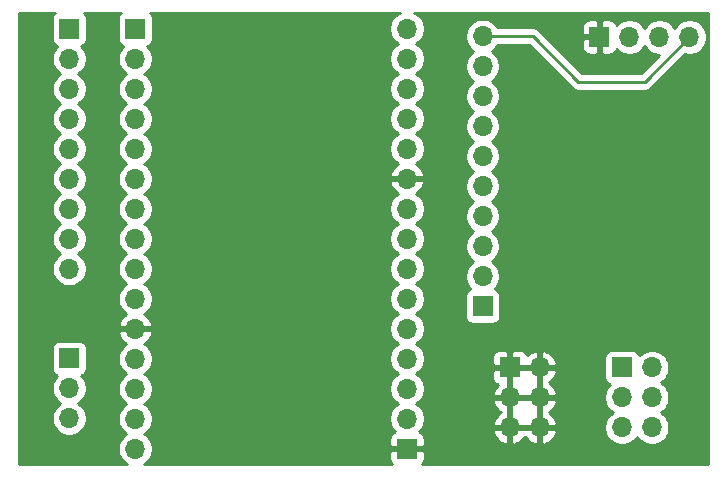
<source format=gbl>
G04 #@! TF.GenerationSoftware,KiCad,Pcbnew,(5.1.5-0-10_14)*
G04 #@! TF.CreationDate,2020-04-27T22:25:58+02:00*
G04 #@! TF.ProjectId,ESP12-Domo,45535031-322d-4446-9f6d-6f2e6b696361,rev?*
G04 #@! TF.SameCoordinates,Original*
G04 #@! TF.FileFunction,Copper,L2,Bot*
G04 #@! TF.FilePolarity,Positive*
%FSLAX46Y46*%
G04 Gerber Fmt 4.6, Leading zero omitted, Abs format (unit mm)*
G04 Created by KiCad (PCBNEW (5.1.5-0-10_14)) date 2020-04-27 22:25:58*
%MOMM*%
%LPD*%
G04 APERTURE LIST*
%ADD10R,1.700000X1.700000*%
%ADD11O,1.700000X1.700000*%
%ADD12C,0.800000*%
%ADD13C,0.250000*%
%ADD14C,0.254000*%
G04 APERTURE END LIST*
D10*
X140700000Y-88800000D03*
D11*
X140700000Y-86260000D03*
X140700000Y-83720000D03*
X140700000Y-81180000D03*
X140700000Y-78640000D03*
X140700000Y-76100000D03*
X140700000Y-73560000D03*
X140700000Y-71020000D03*
X140700000Y-68480000D03*
X140700000Y-65940000D03*
D10*
X105700000Y-65300000D03*
D11*
X105700000Y-67840000D03*
X105700000Y-70380000D03*
X105700000Y-72920000D03*
X105700000Y-75460000D03*
X105700000Y-78000000D03*
X105700000Y-80540000D03*
X105700000Y-83080000D03*
X105700000Y-85620000D03*
D10*
X105700000Y-93200000D03*
D11*
X105700000Y-95740000D03*
X105700000Y-98280000D03*
D10*
X111300000Y-65300000D03*
D11*
X111300000Y-67840000D03*
X111300000Y-70380000D03*
X111300000Y-72920000D03*
X111300000Y-75460000D03*
X111300000Y-78000000D03*
X111300000Y-80540000D03*
X111300000Y-83080000D03*
X111300000Y-85620000D03*
X111300000Y-88160000D03*
X111300000Y-90700000D03*
X111300000Y-93240000D03*
X111300000Y-95780000D03*
X111300000Y-98320000D03*
X111300000Y-100860000D03*
D10*
X150600000Y-66000000D03*
D11*
X153140000Y-66000000D03*
X155680000Y-66000000D03*
X158220000Y-66000000D03*
X134300000Y-65290000D03*
X134300000Y-67830000D03*
X134300000Y-70370000D03*
X134300000Y-72910000D03*
X134300000Y-75450000D03*
X134300000Y-77990000D03*
X134300000Y-80530000D03*
X134300000Y-83070000D03*
X134300000Y-85610000D03*
X134300000Y-88150000D03*
X134300000Y-90690000D03*
X134300000Y-93230000D03*
X134300000Y-95770000D03*
X134300000Y-98310000D03*
D10*
X134300000Y-100850000D03*
X143000000Y-93983500D03*
D11*
X145540000Y-93983500D03*
X143000000Y-96523500D03*
X145540000Y-96523500D03*
X143000000Y-99063500D03*
X145540000Y-99063500D03*
X155040000Y-99063500D03*
X152500000Y-99063500D03*
X155040000Y-96523500D03*
X152500000Y-96523500D03*
X155040000Y-93983500D03*
D10*
X152500000Y-93983500D03*
D12*
X106600000Y-89500000D03*
X149100000Y-97000000D03*
D13*
X148800000Y-69800000D02*
X154420000Y-69800000D01*
X154420000Y-69800000D02*
X158220000Y-66000000D01*
X144940000Y-65940000D02*
X148800000Y-69800000D01*
X140700000Y-65940000D02*
X144940000Y-65940000D01*
D14*
G36*
X104398815Y-63998815D02*
G01*
X104319463Y-64095506D01*
X104260498Y-64205820D01*
X104224188Y-64325518D01*
X104211928Y-64450000D01*
X104211928Y-66150000D01*
X104224188Y-66274482D01*
X104260498Y-66394180D01*
X104319463Y-66504494D01*
X104398815Y-66601185D01*
X104495506Y-66680537D01*
X104605820Y-66739502D01*
X104678380Y-66761513D01*
X104546525Y-66893368D01*
X104384010Y-67136589D01*
X104272068Y-67406842D01*
X104215000Y-67693740D01*
X104215000Y-67986260D01*
X104272068Y-68273158D01*
X104384010Y-68543411D01*
X104546525Y-68786632D01*
X104753368Y-68993475D01*
X104927760Y-69110000D01*
X104753368Y-69226525D01*
X104546525Y-69433368D01*
X104384010Y-69676589D01*
X104272068Y-69946842D01*
X104215000Y-70233740D01*
X104215000Y-70526260D01*
X104272068Y-70813158D01*
X104384010Y-71083411D01*
X104546525Y-71326632D01*
X104753368Y-71533475D01*
X104927760Y-71650000D01*
X104753368Y-71766525D01*
X104546525Y-71973368D01*
X104384010Y-72216589D01*
X104272068Y-72486842D01*
X104215000Y-72773740D01*
X104215000Y-73066260D01*
X104272068Y-73353158D01*
X104384010Y-73623411D01*
X104546525Y-73866632D01*
X104753368Y-74073475D01*
X104927760Y-74190000D01*
X104753368Y-74306525D01*
X104546525Y-74513368D01*
X104384010Y-74756589D01*
X104272068Y-75026842D01*
X104215000Y-75313740D01*
X104215000Y-75606260D01*
X104272068Y-75893158D01*
X104384010Y-76163411D01*
X104546525Y-76406632D01*
X104753368Y-76613475D01*
X104927760Y-76730000D01*
X104753368Y-76846525D01*
X104546525Y-77053368D01*
X104384010Y-77296589D01*
X104272068Y-77566842D01*
X104215000Y-77853740D01*
X104215000Y-78146260D01*
X104272068Y-78433158D01*
X104384010Y-78703411D01*
X104546525Y-78946632D01*
X104753368Y-79153475D01*
X104927760Y-79270000D01*
X104753368Y-79386525D01*
X104546525Y-79593368D01*
X104384010Y-79836589D01*
X104272068Y-80106842D01*
X104215000Y-80393740D01*
X104215000Y-80686260D01*
X104272068Y-80973158D01*
X104384010Y-81243411D01*
X104546525Y-81486632D01*
X104753368Y-81693475D01*
X104927760Y-81810000D01*
X104753368Y-81926525D01*
X104546525Y-82133368D01*
X104384010Y-82376589D01*
X104272068Y-82646842D01*
X104215000Y-82933740D01*
X104215000Y-83226260D01*
X104272068Y-83513158D01*
X104384010Y-83783411D01*
X104546525Y-84026632D01*
X104753368Y-84233475D01*
X104927760Y-84350000D01*
X104753368Y-84466525D01*
X104546525Y-84673368D01*
X104384010Y-84916589D01*
X104272068Y-85186842D01*
X104215000Y-85473740D01*
X104215000Y-85766260D01*
X104272068Y-86053158D01*
X104384010Y-86323411D01*
X104546525Y-86566632D01*
X104753368Y-86773475D01*
X104996589Y-86935990D01*
X105266842Y-87047932D01*
X105553740Y-87105000D01*
X105846260Y-87105000D01*
X106133158Y-87047932D01*
X106403411Y-86935990D01*
X106646632Y-86773475D01*
X106853475Y-86566632D01*
X107015990Y-86323411D01*
X107127932Y-86053158D01*
X107185000Y-85766260D01*
X107185000Y-85473740D01*
X107127932Y-85186842D01*
X107015990Y-84916589D01*
X106853475Y-84673368D01*
X106646632Y-84466525D01*
X106472240Y-84350000D01*
X106646632Y-84233475D01*
X106853475Y-84026632D01*
X107015990Y-83783411D01*
X107127932Y-83513158D01*
X107185000Y-83226260D01*
X107185000Y-82933740D01*
X107127932Y-82646842D01*
X107015990Y-82376589D01*
X106853475Y-82133368D01*
X106646632Y-81926525D01*
X106472240Y-81810000D01*
X106646632Y-81693475D01*
X106853475Y-81486632D01*
X107015990Y-81243411D01*
X107127932Y-80973158D01*
X107185000Y-80686260D01*
X107185000Y-80393740D01*
X107127932Y-80106842D01*
X107015990Y-79836589D01*
X106853475Y-79593368D01*
X106646632Y-79386525D01*
X106472240Y-79270000D01*
X106646632Y-79153475D01*
X106853475Y-78946632D01*
X107015990Y-78703411D01*
X107127932Y-78433158D01*
X107185000Y-78146260D01*
X107185000Y-77853740D01*
X107127932Y-77566842D01*
X107015990Y-77296589D01*
X106853475Y-77053368D01*
X106646632Y-76846525D01*
X106472240Y-76730000D01*
X106646632Y-76613475D01*
X106853475Y-76406632D01*
X107015990Y-76163411D01*
X107127932Y-75893158D01*
X107185000Y-75606260D01*
X107185000Y-75313740D01*
X107127932Y-75026842D01*
X107015990Y-74756589D01*
X106853475Y-74513368D01*
X106646632Y-74306525D01*
X106472240Y-74190000D01*
X106646632Y-74073475D01*
X106853475Y-73866632D01*
X107015990Y-73623411D01*
X107127932Y-73353158D01*
X107185000Y-73066260D01*
X107185000Y-72773740D01*
X107127932Y-72486842D01*
X107015990Y-72216589D01*
X106853475Y-71973368D01*
X106646632Y-71766525D01*
X106472240Y-71650000D01*
X106646632Y-71533475D01*
X106853475Y-71326632D01*
X107015990Y-71083411D01*
X107127932Y-70813158D01*
X107185000Y-70526260D01*
X107185000Y-70233740D01*
X107127932Y-69946842D01*
X107015990Y-69676589D01*
X106853475Y-69433368D01*
X106646632Y-69226525D01*
X106472240Y-69110000D01*
X106646632Y-68993475D01*
X106853475Y-68786632D01*
X107015990Y-68543411D01*
X107127932Y-68273158D01*
X107185000Y-67986260D01*
X107185000Y-67693740D01*
X107127932Y-67406842D01*
X107015990Y-67136589D01*
X106853475Y-66893368D01*
X106721620Y-66761513D01*
X106794180Y-66739502D01*
X106904494Y-66680537D01*
X107001185Y-66601185D01*
X107080537Y-66504494D01*
X107139502Y-66394180D01*
X107175812Y-66274482D01*
X107188072Y-66150000D01*
X107188072Y-64450000D01*
X107175812Y-64325518D01*
X107139502Y-64205820D01*
X107080537Y-64095506D01*
X107001185Y-63998815D01*
X106923426Y-63935000D01*
X110076574Y-63935000D01*
X109998815Y-63998815D01*
X109919463Y-64095506D01*
X109860498Y-64205820D01*
X109824188Y-64325518D01*
X109811928Y-64450000D01*
X109811928Y-66150000D01*
X109824188Y-66274482D01*
X109860498Y-66394180D01*
X109919463Y-66504494D01*
X109998815Y-66601185D01*
X110095506Y-66680537D01*
X110205820Y-66739502D01*
X110278380Y-66761513D01*
X110146525Y-66893368D01*
X109984010Y-67136589D01*
X109872068Y-67406842D01*
X109815000Y-67693740D01*
X109815000Y-67986260D01*
X109872068Y-68273158D01*
X109984010Y-68543411D01*
X110146525Y-68786632D01*
X110353368Y-68993475D01*
X110527760Y-69110000D01*
X110353368Y-69226525D01*
X110146525Y-69433368D01*
X109984010Y-69676589D01*
X109872068Y-69946842D01*
X109815000Y-70233740D01*
X109815000Y-70526260D01*
X109872068Y-70813158D01*
X109984010Y-71083411D01*
X110146525Y-71326632D01*
X110353368Y-71533475D01*
X110527760Y-71650000D01*
X110353368Y-71766525D01*
X110146525Y-71973368D01*
X109984010Y-72216589D01*
X109872068Y-72486842D01*
X109815000Y-72773740D01*
X109815000Y-73066260D01*
X109872068Y-73353158D01*
X109984010Y-73623411D01*
X110146525Y-73866632D01*
X110353368Y-74073475D01*
X110527760Y-74190000D01*
X110353368Y-74306525D01*
X110146525Y-74513368D01*
X109984010Y-74756589D01*
X109872068Y-75026842D01*
X109815000Y-75313740D01*
X109815000Y-75606260D01*
X109872068Y-75893158D01*
X109984010Y-76163411D01*
X110146525Y-76406632D01*
X110353368Y-76613475D01*
X110527760Y-76730000D01*
X110353368Y-76846525D01*
X110146525Y-77053368D01*
X109984010Y-77296589D01*
X109872068Y-77566842D01*
X109815000Y-77853740D01*
X109815000Y-78146260D01*
X109872068Y-78433158D01*
X109984010Y-78703411D01*
X110146525Y-78946632D01*
X110353368Y-79153475D01*
X110527760Y-79270000D01*
X110353368Y-79386525D01*
X110146525Y-79593368D01*
X109984010Y-79836589D01*
X109872068Y-80106842D01*
X109815000Y-80393740D01*
X109815000Y-80686260D01*
X109872068Y-80973158D01*
X109984010Y-81243411D01*
X110146525Y-81486632D01*
X110353368Y-81693475D01*
X110527760Y-81810000D01*
X110353368Y-81926525D01*
X110146525Y-82133368D01*
X109984010Y-82376589D01*
X109872068Y-82646842D01*
X109815000Y-82933740D01*
X109815000Y-83226260D01*
X109872068Y-83513158D01*
X109984010Y-83783411D01*
X110146525Y-84026632D01*
X110353368Y-84233475D01*
X110527760Y-84350000D01*
X110353368Y-84466525D01*
X110146525Y-84673368D01*
X109984010Y-84916589D01*
X109872068Y-85186842D01*
X109815000Y-85473740D01*
X109815000Y-85766260D01*
X109872068Y-86053158D01*
X109984010Y-86323411D01*
X110146525Y-86566632D01*
X110353368Y-86773475D01*
X110527760Y-86890000D01*
X110353368Y-87006525D01*
X110146525Y-87213368D01*
X109984010Y-87456589D01*
X109872068Y-87726842D01*
X109815000Y-88013740D01*
X109815000Y-88306260D01*
X109872068Y-88593158D01*
X109984010Y-88863411D01*
X110146525Y-89106632D01*
X110353368Y-89313475D01*
X110535534Y-89435195D01*
X110418645Y-89504822D01*
X110202412Y-89699731D01*
X110028359Y-89933080D01*
X109903175Y-90195901D01*
X109858524Y-90343110D01*
X109979845Y-90573000D01*
X111173000Y-90573000D01*
X111173000Y-90553000D01*
X111427000Y-90553000D01*
X111427000Y-90573000D01*
X112620155Y-90573000D01*
X112741476Y-90343110D01*
X112696825Y-90195901D01*
X112571641Y-89933080D01*
X112397588Y-89699731D01*
X112181355Y-89504822D01*
X112064466Y-89435195D01*
X112246632Y-89313475D01*
X112453475Y-89106632D01*
X112615990Y-88863411D01*
X112727932Y-88593158D01*
X112785000Y-88306260D01*
X112785000Y-88013740D01*
X112727932Y-87726842D01*
X112615990Y-87456589D01*
X112453475Y-87213368D01*
X112246632Y-87006525D01*
X112072240Y-86890000D01*
X112246632Y-86773475D01*
X112453475Y-86566632D01*
X112615990Y-86323411D01*
X112727932Y-86053158D01*
X112785000Y-85766260D01*
X112785000Y-85473740D01*
X112727932Y-85186842D01*
X112615990Y-84916589D01*
X112453475Y-84673368D01*
X112246632Y-84466525D01*
X112072240Y-84350000D01*
X112246632Y-84233475D01*
X112453475Y-84026632D01*
X112615990Y-83783411D01*
X112727932Y-83513158D01*
X112785000Y-83226260D01*
X112785000Y-82933740D01*
X112727932Y-82646842D01*
X112615990Y-82376589D01*
X112453475Y-82133368D01*
X112246632Y-81926525D01*
X112072240Y-81810000D01*
X112246632Y-81693475D01*
X112453475Y-81486632D01*
X112615990Y-81243411D01*
X112727932Y-80973158D01*
X112785000Y-80686260D01*
X112785000Y-80393740D01*
X112727932Y-80106842D01*
X112615990Y-79836589D01*
X112453475Y-79593368D01*
X112246632Y-79386525D01*
X112072240Y-79270000D01*
X112246632Y-79153475D01*
X112453475Y-78946632D01*
X112615990Y-78703411D01*
X112727932Y-78433158D01*
X112785000Y-78146260D01*
X112785000Y-77853740D01*
X112727932Y-77566842D01*
X112615990Y-77296589D01*
X112453475Y-77053368D01*
X112246632Y-76846525D01*
X112072240Y-76730000D01*
X112246632Y-76613475D01*
X112453475Y-76406632D01*
X112615990Y-76163411D01*
X112727932Y-75893158D01*
X112785000Y-75606260D01*
X112785000Y-75313740D01*
X112727932Y-75026842D01*
X112615990Y-74756589D01*
X112453475Y-74513368D01*
X112246632Y-74306525D01*
X112072240Y-74190000D01*
X112246632Y-74073475D01*
X112453475Y-73866632D01*
X112615990Y-73623411D01*
X112727932Y-73353158D01*
X112785000Y-73066260D01*
X112785000Y-72773740D01*
X112727932Y-72486842D01*
X112615990Y-72216589D01*
X112453475Y-71973368D01*
X112246632Y-71766525D01*
X112072240Y-71650000D01*
X112246632Y-71533475D01*
X112453475Y-71326632D01*
X112615990Y-71083411D01*
X112727932Y-70813158D01*
X112785000Y-70526260D01*
X112785000Y-70233740D01*
X112727932Y-69946842D01*
X112615990Y-69676589D01*
X112453475Y-69433368D01*
X112246632Y-69226525D01*
X112072240Y-69110000D01*
X112246632Y-68993475D01*
X112453475Y-68786632D01*
X112615990Y-68543411D01*
X112727932Y-68273158D01*
X112785000Y-67986260D01*
X112785000Y-67693740D01*
X112727932Y-67406842D01*
X112615990Y-67136589D01*
X112453475Y-66893368D01*
X112321620Y-66761513D01*
X112394180Y-66739502D01*
X112504494Y-66680537D01*
X112601185Y-66601185D01*
X112680537Y-66504494D01*
X112739502Y-66394180D01*
X112775812Y-66274482D01*
X112788072Y-66150000D01*
X112788072Y-64450000D01*
X112775812Y-64325518D01*
X112739502Y-64205820D01*
X112680537Y-64095506D01*
X112601185Y-63998815D01*
X112523426Y-63935000D01*
X133690768Y-63935000D01*
X133596589Y-63974010D01*
X133353368Y-64136525D01*
X133146525Y-64343368D01*
X132984010Y-64586589D01*
X132872068Y-64856842D01*
X132815000Y-65143740D01*
X132815000Y-65436260D01*
X132872068Y-65723158D01*
X132984010Y-65993411D01*
X133146525Y-66236632D01*
X133353368Y-66443475D01*
X133527760Y-66560000D01*
X133353368Y-66676525D01*
X133146525Y-66883368D01*
X132984010Y-67126589D01*
X132872068Y-67396842D01*
X132815000Y-67683740D01*
X132815000Y-67976260D01*
X132872068Y-68263158D01*
X132984010Y-68533411D01*
X133146525Y-68776632D01*
X133353368Y-68983475D01*
X133527760Y-69100000D01*
X133353368Y-69216525D01*
X133146525Y-69423368D01*
X132984010Y-69666589D01*
X132872068Y-69936842D01*
X132815000Y-70223740D01*
X132815000Y-70516260D01*
X132872068Y-70803158D01*
X132984010Y-71073411D01*
X133146525Y-71316632D01*
X133353368Y-71523475D01*
X133527760Y-71640000D01*
X133353368Y-71756525D01*
X133146525Y-71963368D01*
X132984010Y-72206589D01*
X132872068Y-72476842D01*
X132815000Y-72763740D01*
X132815000Y-73056260D01*
X132872068Y-73343158D01*
X132984010Y-73613411D01*
X133146525Y-73856632D01*
X133353368Y-74063475D01*
X133527760Y-74180000D01*
X133353368Y-74296525D01*
X133146525Y-74503368D01*
X132984010Y-74746589D01*
X132872068Y-75016842D01*
X132815000Y-75303740D01*
X132815000Y-75596260D01*
X132872068Y-75883158D01*
X132984010Y-76153411D01*
X133146525Y-76396632D01*
X133353368Y-76603475D01*
X133535534Y-76725195D01*
X133418645Y-76794822D01*
X133202412Y-76989731D01*
X133028359Y-77223080D01*
X132903175Y-77485901D01*
X132858524Y-77633110D01*
X132979845Y-77863000D01*
X134173000Y-77863000D01*
X134173000Y-77843000D01*
X134427000Y-77843000D01*
X134427000Y-77863000D01*
X135620155Y-77863000D01*
X135741476Y-77633110D01*
X135696825Y-77485901D01*
X135571641Y-77223080D01*
X135397588Y-76989731D01*
X135181355Y-76794822D01*
X135064466Y-76725195D01*
X135246632Y-76603475D01*
X135453475Y-76396632D01*
X135615990Y-76153411D01*
X135727932Y-75883158D01*
X135785000Y-75596260D01*
X135785000Y-75303740D01*
X135727932Y-75016842D01*
X135615990Y-74746589D01*
X135453475Y-74503368D01*
X135246632Y-74296525D01*
X135072240Y-74180000D01*
X135246632Y-74063475D01*
X135453475Y-73856632D01*
X135615990Y-73613411D01*
X135727932Y-73343158D01*
X135785000Y-73056260D01*
X135785000Y-72763740D01*
X135727932Y-72476842D01*
X135615990Y-72206589D01*
X135453475Y-71963368D01*
X135246632Y-71756525D01*
X135072240Y-71640000D01*
X135246632Y-71523475D01*
X135453475Y-71316632D01*
X135615990Y-71073411D01*
X135727932Y-70803158D01*
X135785000Y-70516260D01*
X135785000Y-70223740D01*
X135727932Y-69936842D01*
X135615990Y-69666589D01*
X135453475Y-69423368D01*
X135246632Y-69216525D01*
X135072240Y-69100000D01*
X135246632Y-68983475D01*
X135453475Y-68776632D01*
X135615990Y-68533411D01*
X135727932Y-68263158D01*
X135785000Y-67976260D01*
X135785000Y-67683740D01*
X135727932Y-67396842D01*
X135615990Y-67126589D01*
X135453475Y-66883368D01*
X135246632Y-66676525D01*
X135072240Y-66560000D01*
X135246632Y-66443475D01*
X135453475Y-66236632D01*
X135615990Y-65993411D01*
X135727932Y-65723158D01*
X135785000Y-65436260D01*
X135785000Y-65143740D01*
X135727932Y-64856842D01*
X135615990Y-64586589D01*
X135453475Y-64343368D01*
X135246632Y-64136525D01*
X135003411Y-63974010D01*
X134909232Y-63935000D01*
X159765000Y-63935000D01*
X159765001Y-102165000D01*
X135584351Y-102165000D01*
X135601185Y-102151185D01*
X135680537Y-102054494D01*
X135739502Y-101944180D01*
X135775812Y-101824482D01*
X135788072Y-101700000D01*
X135785000Y-101135750D01*
X135626250Y-100977000D01*
X134427000Y-100977000D01*
X134427000Y-100997000D01*
X134173000Y-100997000D01*
X134173000Y-100977000D01*
X132973750Y-100977000D01*
X132815000Y-101135750D01*
X132811928Y-101700000D01*
X132824188Y-101824482D01*
X132860498Y-101944180D01*
X132919463Y-102054494D01*
X132998815Y-102151185D01*
X133015649Y-102165000D01*
X112019859Y-102165000D01*
X112246632Y-102013475D01*
X112453475Y-101806632D01*
X112615990Y-101563411D01*
X112727932Y-101293158D01*
X112785000Y-101006260D01*
X112785000Y-100713740D01*
X112727932Y-100426842D01*
X112615990Y-100156589D01*
X112511361Y-100000000D01*
X132811928Y-100000000D01*
X132815000Y-100564250D01*
X132973750Y-100723000D01*
X134173000Y-100723000D01*
X134173000Y-100703000D01*
X134427000Y-100703000D01*
X134427000Y-100723000D01*
X135626250Y-100723000D01*
X135785000Y-100564250D01*
X135788072Y-100000000D01*
X135775812Y-99875518D01*
X135739502Y-99755820D01*
X135680537Y-99645506D01*
X135601185Y-99548815D01*
X135504494Y-99469463D01*
X135412687Y-99420390D01*
X141558524Y-99420390D01*
X141603175Y-99567599D01*
X141728359Y-99830420D01*
X141902412Y-100063769D01*
X142118645Y-100258678D01*
X142368748Y-100407657D01*
X142643109Y-100504981D01*
X142873000Y-100384314D01*
X142873000Y-99190500D01*
X143127000Y-99190500D01*
X143127000Y-100384314D01*
X143356891Y-100504981D01*
X143631252Y-100407657D01*
X143881355Y-100258678D01*
X144097588Y-100063769D01*
X144270000Y-99832620D01*
X144442412Y-100063769D01*
X144658645Y-100258678D01*
X144908748Y-100407657D01*
X145183109Y-100504981D01*
X145413000Y-100384314D01*
X145413000Y-99190500D01*
X145667000Y-99190500D01*
X145667000Y-100384314D01*
X145896891Y-100504981D01*
X146171252Y-100407657D01*
X146421355Y-100258678D01*
X146637588Y-100063769D01*
X146811641Y-99830420D01*
X146936825Y-99567599D01*
X146981476Y-99420390D01*
X146860155Y-99190500D01*
X145667000Y-99190500D01*
X145413000Y-99190500D01*
X143127000Y-99190500D01*
X142873000Y-99190500D01*
X141679845Y-99190500D01*
X141558524Y-99420390D01*
X135412687Y-99420390D01*
X135394180Y-99410498D01*
X135321620Y-99388487D01*
X135453475Y-99256632D01*
X135615990Y-99013411D01*
X135727932Y-98743158D01*
X135785000Y-98456260D01*
X135785000Y-98163740D01*
X135727932Y-97876842D01*
X135615990Y-97606589D01*
X135453475Y-97363368D01*
X135246632Y-97156525D01*
X135072240Y-97040000D01*
X135246632Y-96923475D01*
X135289717Y-96880390D01*
X141558524Y-96880390D01*
X141603175Y-97027599D01*
X141728359Y-97290420D01*
X141902412Y-97523769D01*
X142118645Y-97718678D01*
X142244255Y-97793500D01*
X142118645Y-97868322D01*
X141902412Y-98063231D01*
X141728359Y-98296580D01*
X141603175Y-98559401D01*
X141558524Y-98706610D01*
X141679845Y-98936500D01*
X142873000Y-98936500D01*
X142873000Y-96650500D01*
X143127000Y-96650500D01*
X143127000Y-98936500D01*
X145413000Y-98936500D01*
X145413000Y-96650500D01*
X145667000Y-96650500D01*
X145667000Y-98936500D01*
X146860155Y-98936500D01*
X146981476Y-98706610D01*
X146936825Y-98559401D01*
X146811641Y-98296580D01*
X146637588Y-98063231D01*
X146421355Y-97868322D01*
X146295745Y-97793500D01*
X146421355Y-97718678D01*
X146637588Y-97523769D01*
X146811641Y-97290420D01*
X146936825Y-97027599D01*
X146981476Y-96880390D01*
X146860155Y-96650500D01*
X145667000Y-96650500D01*
X145413000Y-96650500D01*
X143127000Y-96650500D01*
X142873000Y-96650500D01*
X141679845Y-96650500D01*
X141558524Y-96880390D01*
X135289717Y-96880390D01*
X135453475Y-96716632D01*
X135615990Y-96473411D01*
X135727932Y-96203158D01*
X135785000Y-95916260D01*
X135785000Y-95623740D01*
X135727932Y-95336842D01*
X135615990Y-95066589D01*
X135460245Y-94833500D01*
X141511928Y-94833500D01*
X141524188Y-94957982D01*
X141560498Y-95077680D01*
X141619463Y-95187994D01*
X141698815Y-95284685D01*
X141795506Y-95364037D01*
X141905820Y-95423002D01*
X141986466Y-95447466D01*
X141902412Y-95523231D01*
X141728359Y-95756580D01*
X141603175Y-96019401D01*
X141558524Y-96166610D01*
X141679845Y-96396500D01*
X142873000Y-96396500D01*
X142873000Y-94110500D01*
X143127000Y-94110500D01*
X143127000Y-96396500D01*
X145413000Y-96396500D01*
X145413000Y-94110500D01*
X145667000Y-94110500D01*
X145667000Y-96396500D01*
X146860155Y-96396500D01*
X146981476Y-96166610D01*
X146936825Y-96019401D01*
X146811641Y-95756580D01*
X146637588Y-95523231D01*
X146421355Y-95328322D01*
X146295745Y-95253500D01*
X146421355Y-95178678D01*
X146637588Y-94983769D01*
X146811641Y-94750420D01*
X146936825Y-94487599D01*
X146981476Y-94340390D01*
X146860155Y-94110500D01*
X145667000Y-94110500D01*
X145413000Y-94110500D01*
X143127000Y-94110500D01*
X142873000Y-94110500D01*
X141673750Y-94110500D01*
X141515000Y-94269250D01*
X141511928Y-94833500D01*
X135460245Y-94833500D01*
X135453475Y-94823368D01*
X135246632Y-94616525D01*
X135072240Y-94500000D01*
X135246632Y-94383475D01*
X135453475Y-94176632D01*
X135615990Y-93933411D01*
X135727932Y-93663158D01*
X135785000Y-93376260D01*
X135785000Y-93133500D01*
X141511928Y-93133500D01*
X141515000Y-93697750D01*
X141673750Y-93856500D01*
X142873000Y-93856500D01*
X142873000Y-92657250D01*
X143127000Y-92657250D01*
X143127000Y-93856500D01*
X145413000Y-93856500D01*
X145413000Y-92662686D01*
X145667000Y-92662686D01*
X145667000Y-93856500D01*
X146860155Y-93856500D01*
X146981476Y-93626610D01*
X146936825Y-93479401D01*
X146811641Y-93216580D01*
X146749673Y-93133500D01*
X151011928Y-93133500D01*
X151011928Y-94833500D01*
X151024188Y-94957982D01*
X151060498Y-95077680D01*
X151119463Y-95187994D01*
X151198815Y-95284685D01*
X151295506Y-95364037D01*
X151405820Y-95423002D01*
X151478380Y-95445013D01*
X151346525Y-95576868D01*
X151184010Y-95820089D01*
X151072068Y-96090342D01*
X151015000Y-96377240D01*
X151015000Y-96669760D01*
X151072068Y-96956658D01*
X151184010Y-97226911D01*
X151346525Y-97470132D01*
X151553368Y-97676975D01*
X151727760Y-97793500D01*
X151553368Y-97910025D01*
X151346525Y-98116868D01*
X151184010Y-98360089D01*
X151072068Y-98630342D01*
X151015000Y-98917240D01*
X151015000Y-99209760D01*
X151072068Y-99496658D01*
X151184010Y-99766911D01*
X151346525Y-100010132D01*
X151553368Y-100216975D01*
X151796589Y-100379490D01*
X152066842Y-100491432D01*
X152353740Y-100548500D01*
X152646260Y-100548500D01*
X152933158Y-100491432D01*
X153203411Y-100379490D01*
X153446632Y-100216975D01*
X153653475Y-100010132D01*
X153770000Y-99835740D01*
X153886525Y-100010132D01*
X154093368Y-100216975D01*
X154336589Y-100379490D01*
X154606842Y-100491432D01*
X154893740Y-100548500D01*
X155186260Y-100548500D01*
X155473158Y-100491432D01*
X155743411Y-100379490D01*
X155986632Y-100216975D01*
X156193475Y-100010132D01*
X156355990Y-99766911D01*
X156467932Y-99496658D01*
X156525000Y-99209760D01*
X156525000Y-98917240D01*
X156467932Y-98630342D01*
X156355990Y-98360089D01*
X156193475Y-98116868D01*
X155986632Y-97910025D01*
X155812240Y-97793500D01*
X155986632Y-97676975D01*
X156193475Y-97470132D01*
X156355990Y-97226911D01*
X156467932Y-96956658D01*
X156525000Y-96669760D01*
X156525000Y-96377240D01*
X156467932Y-96090342D01*
X156355990Y-95820089D01*
X156193475Y-95576868D01*
X155986632Y-95370025D01*
X155812240Y-95253500D01*
X155986632Y-95136975D01*
X156193475Y-94930132D01*
X156355990Y-94686911D01*
X156467932Y-94416658D01*
X156525000Y-94129760D01*
X156525000Y-93837240D01*
X156467932Y-93550342D01*
X156355990Y-93280089D01*
X156193475Y-93036868D01*
X155986632Y-92830025D01*
X155743411Y-92667510D01*
X155473158Y-92555568D01*
X155186260Y-92498500D01*
X154893740Y-92498500D01*
X154606842Y-92555568D01*
X154336589Y-92667510D01*
X154093368Y-92830025D01*
X153961513Y-92961880D01*
X153939502Y-92889320D01*
X153880537Y-92779006D01*
X153801185Y-92682315D01*
X153704494Y-92602963D01*
X153594180Y-92543998D01*
X153474482Y-92507688D01*
X153350000Y-92495428D01*
X151650000Y-92495428D01*
X151525518Y-92507688D01*
X151405820Y-92543998D01*
X151295506Y-92602963D01*
X151198815Y-92682315D01*
X151119463Y-92779006D01*
X151060498Y-92889320D01*
X151024188Y-93009018D01*
X151011928Y-93133500D01*
X146749673Y-93133500D01*
X146637588Y-92983231D01*
X146421355Y-92788322D01*
X146171252Y-92639343D01*
X145896891Y-92542019D01*
X145667000Y-92662686D01*
X145413000Y-92662686D01*
X145183109Y-92542019D01*
X144908748Y-92639343D01*
X144658645Y-92788322D01*
X144462498Y-92965126D01*
X144439502Y-92889320D01*
X144380537Y-92779006D01*
X144301185Y-92682315D01*
X144204494Y-92602963D01*
X144094180Y-92543998D01*
X143974482Y-92507688D01*
X143850000Y-92495428D01*
X143285750Y-92498500D01*
X143127000Y-92657250D01*
X142873000Y-92657250D01*
X142714250Y-92498500D01*
X142150000Y-92495428D01*
X142025518Y-92507688D01*
X141905820Y-92543998D01*
X141795506Y-92602963D01*
X141698815Y-92682315D01*
X141619463Y-92779006D01*
X141560498Y-92889320D01*
X141524188Y-93009018D01*
X141511928Y-93133500D01*
X135785000Y-93133500D01*
X135785000Y-93083740D01*
X135727932Y-92796842D01*
X135615990Y-92526589D01*
X135453475Y-92283368D01*
X135246632Y-92076525D01*
X135072240Y-91960000D01*
X135246632Y-91843475D01*
X135453475Y-91636632D01*
X135615990Y-91393411D01*
X135727932Y-91123158D01*
X135785000Y-90836260D01*
X135785000Y-90543740D01*
X135727932Y-90256842D01*
X135615990Y-89986589D01*
X135453475Y-89743368D01*
X135246632Y-89536525D01*
X135072240Y-89420000D01*
X135246632Y-89303475D01*
X135453475Y-89096632D01*
X135615990Y-88853411D01*
X135727932Y-88583158D01*
X135785000Y-88296260D01*
X135785000Y-88003740D01*
X135774311Y-87950000D01*
X139211928Y-87950000D01*
X139211928Y-89650000D01*
X139224188Y-89774482D01*
X139260498Y-89894180D01*
X139319463Y-90004494D01*
X139398815Y-90101185D01*
X139495506Y-90180537D01*
X139605820Y-90239502D01*
X139725518Y-90275812D01*
X139850000Y-90288072D01*
X141550000Y-90288072D01*
X141674482Y-90275812D01*
X141794180Y-90239502D01*
X141904494Y-90180537D01*
X142001185Y-90101185D01*
X142080537Y-90004494D01*
X142139502Y-89894180D01*
X142175812Y-89774482D01*
X142188072Y-89650000D01*
X142188072Y-87950000D01*
X142175812Y-87825518D01*
X142139502Y-87705820D01*
X142080537Y-87595506D01*
X142001185Y-87498815D01*
X141904494Y-87419463D01*
X141794180Y-87360498D01*
X141721620Y-87338487D01*
X141853475Y-87206632D01*
X142015990Y-86963411D01*
X142127932Y-86693158D01*
X142185000Y-86406260D01*
X142185000Y-86113740D01*
X142127932Y-85826842D01*
X142015990Y-85556589D01*
X141853475Y-85313368D01*
X141646632Y-85106525D01*
X141472240Y-84990000D01*
X141646632Y-84873475D01*
X141853475Y-84666632D01*
X142015990Y-84423411D01*
X142127932Y-84153158D01*
X142185000Y-83866260D01*
X142185000Y-83573740D01*
X142127932Y-83286842D01*
X142015990Y-83016589D01*
X141853475Y-82773368D01*
X141646632Y-82566525D01*
X141472240Y-82450000D01*
X141646632Y-82333475D01*
X141853475Y-82126632D01*
X142015990Y-81883411D01*
X142127932Y-81613158D01*
X142185000Y-81326260D01*
X142185000Y-81033740D01*
X142127932Y-80746842D01*
X142015990Y-80476589D01*
X141853475Y-80233368D01*
X141646632Y-80026525D01*
X141472240Y-79910000D01*
X141646632Y-79793475D01*
X141853475Y-79586632D01*
X142015990Y-79343411D01*
X142127932Y-79073158D01*
X142185000Y-78786260D01*
X142185000Y-78493740D01*
X142127932Y-78206842D01*
X142015990Y-77936589D01*
X141853475Y-77693368D01*
X141646632Y-77486525D01*
X141472240Y-77370000D01*
X141646632Y-77253475D01*
X141853475Y-77046632D01*
X142015990Y-76803411D01*
X142127932Y-76533158D01*
X142185000Y-76246260D01*
X142185000Y-75953740D01*
X142127932Y-75666842D01*
X142015990Y-75396589D01*
X141853475Y-75153368D01*
X141646632Y-74946525D01*
X141472240Y-74830000D01*
X141646632Y-74713475D01*
X141853475Y-74506632D01*
X142015990Y-74263411D01*
X142127932Y-73993158D01*
X142185000Y-73706260D01*
X142185000Y-73413740D01*
X142127932Y-73126842D01*
X142015990Y-72856589D01*
X141853475Y-72613368D01*
X141646632Y-72406525D01*
X141472240Y-72290000D01*
X141646632Y-72173475D01*
X141853475Y-71966632D01*
X142015990Y-71723411D01*
X142127932Y-71453158D01*
X142185000Y-71166260D01*
X142185000Y-70873740D01*
X142127932Y-70586842D01*
X142015990Y-70316589D01*
X141853475Y-70073368D01*
X141646632Y-69866525D01*
X141472240Y-69750000D01*
X141646632Y-69633475D01*
X141853475Y-69426632D01*
X142015990Y-69183411D01*
X142127932Y-68913158D01*
X142185000Y-68626260D01*
X142185000Y-68333740D01*
X142127932Y-68046842D01*
X142015990Y-67776589D01*
X141853475Y-67533368D01*
X141646632Y-67326525D01*
X141472240Y-67210000D01*
X141646632Y-67093475D01*
X141853475Y-66886632D01*
X141978178Y-66700000D01*
X144625199Y-66700000D01*
X148236201Y-70311003D01*
X148259999Y-70340001D01*
X148375724Y-70434974D01*
X148507753Y-70505546D01*
X148651014Y-70549003D01*
X148762667Y-70560000D01*
X148762676Y-70560000D01*
X148799999Y-70563676D01*
X148837322Y-70560000D01*
X154382678Y-70560000D01*
X154420000Y-70563676D01*
X154457322Y-70560000D01*
X154457333Y-70560000D01*
X154568986Y-70549003D01*
X154712247Y-70505546D01*
X154844276Y-70434974D01*
X154960001Y-70340001D01*
X154983804Y-70310997D01*
X157853592Y-67441210D01*
X158073740Y-67485000D01*
X158366260Y-67485000D01*
X158653158Y-67427932D01*
X158923411Y-67315990D01*
X159166632Y-67153475D01*
X159373475Y-66946632D01*
X159535990Y-66703411D01*
X159647932Y-66433158D01*
X159705000Y-66146260D01*
X159705000Y-65853740D01*
X159647932Y-65566842D01*
X159535990Y-65296589D01*
X159373475Y-65053368D01*
X159166632Y-64846525D01*
X158923411Y-64684010D01*
X158653158Y-64572068D01*
X158366260Y-64515000D01*
X158073740Y-64515000D01*
X157786842Y-64572068D01*
X157516589Y-64684010D01*
X157273368Y-64846525D01*
X157066525Y-65053368D01*
X156950000Y-65227760D01*
X156833475Y-65053368D01*
X156626632Y-64846525D01*
X156383411Y-64684010D01*
X156113158Y-64572068D01*
X155826260Y-64515000D01*
X155533740Y-64515000D01*
X155246842Y-64572068D01*
X154976589Y-64684010D01*
X154733368Y-64846525D01*
X154526525Y-65053368D01*
X154410000Y-65227760D01*
X154293475Y-65053368D01*
X154086632Y-64846525D01*
X153843411Y-64684010D01*
X153573158Y-64572068D01*
X153286260Y-64515000D01*
X152993740Y-64515000D01*
X152706842Y-64572068D01*
X152436589Y-64684010D01*
X152193368Y-64846525D01*
X152061513Y-64978380D01*
X152039502Y-64905820D01*
X151980537Y-64795506D01*
X151901185Y-64698815D01*
X151804494Y-64619463D01*
X151694180Y-64560498D01*
X151574482Y-64524188D01*
X151450000Y-64511928D01*
X150885750Y-64515000D01*
X150727000Y-64673750D01*
X150727000Y-65873000D01*
X150747000Y-65873000D01*
X150747000Y-66127000D01*
X150727000Y-66127000D01*
X150727000Y-67326250D01*
X150885750Y-67485000D01*
X151450000Y-67488072D01*
X151574482Y-67475812D01*
X151694180Y-67439502D01*
X151804494Y-67380537D01*
X151901185Y-67301185D01*
X151980537Y-67204494D01*
X152039502Y-67094180D01*
X152061513Y-67021620D01*
X152193368Y-67153475D01*
X152436589Y-67315990D01*
X152706842Y-67427932D01*
X152993740Y-67485000D01*
X153286260Y-67485000D01*
X153573158Y-67427932D01*
X153843411Y-67315990D01*
X154086632Y-67153475D01*
X154293475Y-66946632D01*
X154410000Y-66772240D01*
X154526525Y-66946632D01*
X154733368Y-67153475D01*
X154976589Y-67315990D01*
X155246842Y-67427932D01*
X155533740Y-67485000D01*
X155660199Y-67485000D01*
X154105199Y-69040000D01*
X149114802Y-69040000D01*
X146924802Y-66850000D01*
X149111928Y-66850000D01*
X149124188Y-66974482D01*
X149160498Y-67094180D01*
X149219463Y-67204494D01*
X149298815Y-67301185D01*
X149395506Y-67380537D01*
X149505820Y-67439502D01*
X149625518Y-67475812D01*
X149750000Y-67488072D01*
X150314250Y-67485000D01*
X150473000Y-67326250D01*
X150473000Y-66127000D01*
X149273750Y-66127000D01*
X149115000Y-66285750D01*
X149111928Y-66850000D01*
X146924802Y-66850000D01*
X145503804Y-65429003D01*
X145480001Y-65399999D01*
X145364276Y-65305026D01*
X145232247Y-65234454D01*
X145088986Y-65190997D01*
X144977333Y-65180000D01*
X144977322Y-65180000D01*
X144940000Y-65176324D01*
X144902678Y-65180000D01*
X141978178Y-65180000D01*
X141958133Y-65150000D01*
X149111928Y-65150000D01*
X149115000Y-65714250D01*
X149273750Y-65873000D01*
X150473000Y-65873000D01*
X150473000Y-64673750D01*
X150314250Y-64515000D01*
X149750000Y-64511928D01*
X149625518Y-64524188D01*
X149505820Y-64560498D01*
X149395506Y-64619463D01*
X149298815Y-64698815D01*
X149219463Y-64795506D01*
X149160498Y-64905820D01*
X149124188Y-65025518D01*
X149111928Y-65150000D01*
X141958133Y-65150000D01*
X141853475Y-64993368D01*
X141646632Y-64786525D01*
X141403411Y-64624010D01*
X141133158Y-64512068D01*
X140846260Y-64455000D01*
X140553740Y-64455000D01*
X140266842Y-64512068D01*
X139996589Y-64624010D01*
X139753368Y-64786525D01*
X139546525Y-64993368D01*
X139384010Y-65236589D01*
X139272068Y-65506842D01*
X139215000Y-65793740D01*
X139215000Y-66086260D01*
X139272068Y-66373158D01*
X139384010Y-66643411D01*
X139546525Y-66886632D01*
X139753368Y-67093475D01*
X139927760Y-67210000D01*
X139753368Y-67326525D01*
X139546525Y-67533368D01*
X139384010Y-67776589D01*
X139272068Y-68046842D01*
X139215000Y-68333740D01*
X139215000Y-68626260D01*
X139272068Y-68913158D01*
X139384010Y-69183411D01*
X139546525Y-69426632D01*
X139753368Y-69633475D01*
X139927760Y-69750000D01*
X139753368Y-69866525D01*
X139546525Y-70073368D01*
X139384010Y-70316589D01*
X139272068Y-70586842D01*
X139215000Y-70873740D01*
X139215000Y-71166260D01*
X139272068Y-71453158D01*
X139384010Y-71723411D01*
X139546525Y-71966632D01*
X139753368Y-72173475D01*
X139927760Y-72290000D01*
X139753368Y-72406525D01*
X139546525Y-72613368D01*
X139384010Y-72856589D01*
X139272068Y-73126842D01*
X139215000Y-73413740D01*
X139215000Y-73706260D01*
X139272068Y-73993158D01*
X139384010Y-74263411D01*
X139546525Y-74506632D01*
X139753368Y-74713475D01*
X139927760Y-74830000D01*
X139753368Y-74946525D01*
X139546525Y-75153368D01*
X139384010Y-75396589D01*
X139272068Y-75666842D01*
X139215000Y-75953740D01*
X139215000Y-76246260D01*
X139272068Y-76533158D01*
X139384010Y-76803411D01*
X139546525Y-77046632D01*
X139753368Y-77253475D01*
X139927760Y-77370000D01*
X139753368Y-77486525D01*
X139546525Y-77693368D01*
X139384010Y-77936589D01*
X139272068Y-78206842D01*
X139215000Y-78493740D01*
X139215000Y-78786260D01*
X139272068Y-79073158D01*
X139384010Y-79343411D01*
X139546525Y-79586632D01*
X139753368Y-79793475D01*
X139927760Y-79910000D01*
X139753368Y-80026525D01*
X139546525Y-80233368D01*
X139384010Y-80476589D01*
X139272068Y-80746842D01*
X139215000Y-81033740D01*
X139215000Y-81326260D01*
X139272068Y-81613158D01*
X139384010Y-81883411D01*
X139546525Y-82126632D01*
X139753368Y-82333475D01*
X139927760Y-82450000D01*
X139753368Y-82566525D01*
X139546525Y-82773368D01*
X139384010Y-83016589D01*
X139272068Y-83286842D01*
X139215000Y-83573740D01*
X139215000Y-83866260D01*
X139272068Y-84153158D01*
X139384010Y-84423411D01*
X139546525Y-84666632D01*
X139753368Y-84873475D01*
X139927760Y-84990000D01*
X139753368Y-85106525D01*
X139546525Y-85313368D01*
X139384010Y-85556589D01*
X139272068Y-85826842D01*
X139215000Y-86113740D01*
X139215000Y-86406260D01*
X139272068Y-86693158D01*
X139384010Y-86963411D01*
X139546525Y-87206632D01*
X139678380Y-87338487D01*
X139605820Y-87360498D01*
X139495506Y-87419463D01*
X139398815Y-87498815D01*
X139319463Y-87595506D01*
X139260498Y-87705820D01*
X139224188Y-87825518D01*
X139211928Y-87950000D01*
X135774311Y-87950000D01*
X135727932Y-87716842D01*
X135615990Y-87446589D01*
X135453475Y-87203368D01*
X135246632Y-86996525D01*
X135072240Y-86880000D01*
X135246632Y-86763475D01*
X135453475Y-86556632D01*
X135615990Y-86313411D01*
X135727932Y-86043158D01*
X135785000Y-85756260D01*
X135785000Y-85463740D01*
X135727932Y-85176842D01*
X135615990Y-84906589D01*
X135453475Y-84663368D01*
X135246632Y-84456525D01*
X135072240Y-84340000D01*
X135246632Y-84223475D01*
X135453475Y-84016632D01*
X135615990Y-83773411D01*
X135727932Y-83503158D01*
X135785000Y-83216260D01*
X135785000Y-82923740D01*
X135727932Y-82636842D01*
X135615990Y-82366589D01*
X135453475Y-82123368D01*
X135246632Y-81916525D01*
X135072240Y-81800000D01*
X135246632Y-81683475D01*
X135453475Y-81476632D01*
X135615990Y-81233411D01*
X135727932Y-80963158D01*
X135785000Y-80676260D01*
X135785000Y-80383740D01*
X135727932Y-80096842D01*
X135615990Y-79826589D01*
X135453475Y-79583368D01*
X135246632Y-79376525D01*
X135064466Y-79254805D01*
X135181355Y-79185178D01*
X135397588Y-78990269D01*
X135571641Y-78756920D01*
X135696825Y-78494099D01*
X135741476Y-78346890D01*
X135620155Y-78117000D01*
X134427000Y-78117000D01*
X134427000Y-78137000D01*
X134173000Y-78137000D01*
X134173000Y-78117000D01*
X132979845Y-78117000D01*
X132858524Y-78346890D01*
X132903175Y-78494099D01*
X133028359Y-78756920D01*
X133202412Y-78990269D01*
X133418645Y-79185178D01*
X133535534Y-79254805D01*
X133353368Y-79376525D01*
X133146525Y-79583368D01*
X132984010Y-79826589D01*
X132872068Y-80096842D01*
X132815000Y-80383740D01*
X132815000Y-80676260D01*
X132872068Y-80963158D01*
X132984010Y-81233411D01*
X133146525Y-81476632D01*
X133353368Y-81683475D01*
X133527760Y-81800000D01*
X133353368Y-81916525D01*
X133146525Y-82123368D01*
X132984010Y-82366589D01*
X132872068Y-82636842D01*
X132815000Y-82923740D01*
X132815000Y-83216260D01*
X132872068Y-83503158D01*
X132984010Y-83773411D01*
X133146525Y-84016632D01*
X133353368Y-84223475D01*
X133527760Y-84340000D01*
X133353368Y-84456525D01*
X133146525Y-84663368D01*
X132984010Y-84906589D01*
X132872068Y-85176842D01*
X132815000Y-85463740D01*
X132815000Y-85756260D01*
X132872068Y-86043158D01*
X132984010Y-86313411D01*
X133146525Y-86556632D01*
X133353368Y-86763475D01*
X133527760Y-86880000D01*
X133353368Y-86996525D01*
X133146525Y-87203368D01*
X132984010Y-87446589D01*
X132872068Y-87716842D01*
X132815000Y-88003740D01*
X132815000Y-88296260D01*
X132872068Y-88583158D01*
X132984010Y-88853411D01*
X133146525Y-89096632D01*
X133353368Y-89303475D01*
X133527760Y-89420000D01*
X133353368Y-89536525D01*
X133146525Y-89743368D01*
X132984010Y-89986589D01*
X132872068Y-90256842D01*
X132815000Y-90543740D01*
X132815000Y-90836260D01*
X132872068Y-91123158D01*
X132984010Y-91393411D01*
X133146525Y-91636632D01*
X133353368Y-91843475D01*
X133527760Y-91960000D01*
X133353368Y-92076525D01*
X133146525Y-92283368D01*
X132984010Y-92526589D01*
X132872068Y-92796842D01*
X132815000Y-93083740D01*
X132815000Y-93376260D01*
X132872068Y-93663158D01*
X132984010Y-93933411D01*
X133146525Y-94176632D01*
X133353368Y-94383475D01*
X133527760Y-94500000D01*
X133353368Y-94616525D01*
X133146525Y-94823368D01*
X132984010Y-95066589D01*
X132872068Y-95336842D01*
X132815000Y-95623740D01*
X132815000Y-95916260D01*
X132872068Y-96203158D01*
X132984010Y-96473411D01*
X133146525Y-96716632D01*
X133353368Y-96923475D01*
X133527760Y-97040000D01*
X133353368Y-97156525D01*
X133146525Y-97363368D01*
X132984010Y-97606589D01*
X132872068Y-97876842D01*
X132815000Y-98163740D01*
X132815000Y-98456260D01*
X132872068Y-98743158D01*
X132984010Y-99013411D01*
X133146525Y-99256632D01*
X133278380Y-99388487D01*
X133205820Y-99410498D01*
X133095506Y-99469463D01*
X132998815Y-99548815D01*
X132919463Y-99645506D01*
X132860498Y-99755820D01*
X132824188Y-99875518D01*
X132811928Y-100000000D01*
X112511361Y-100000000D01*
X112453475Y-99913368D01*
X112246632Y-99706525D01*
X112072240Y-99590000D01*
X112246632Y-99473475D01*
X112453475Y-99266632D01*
X112615990Y-99023411D01*
X112727932Y-98753158D01*
X112785000Y-98466260D01*
X112785000Y-98173740D01*
X112727932Y-97886842D01*
X112615990Y-97616589D01*
X112453475Y-97373368D01*
X112246632Y-97166525D01*
X112072240Y-97050000D01*
X112246632Y-96933475D01*
X112453475Y-96726632D01*
X112615990Y-96483411D01*
X112727932Y-96213158D01*
X112785000Y-95926260D01*
X112785000Y-95633740D01*
X112727932Y-95346842D01*
X112615990Y-95076589D01*
X112453475Y-94833368D01*
X112246632Y-94626525D01*
X112072240Y-94510000D01*
X112246632Y-94393475D01*
X112453475Y-94186632D01*
X112615990Y-93943411D01*
X112727932Y-93673158D01*
X112785000Y-93386260D01*
X112785000Y-93093740D01*
X112727932Y-92806842D01*
X112615990Y-92536589D01*
X112453475Y-92293368D01*
X112246632Y-92086525D01*
X112064466Y-91964805D01*
X112181355Y-91895178D01*
X112397588Y-91700269D01*
X112571641Y-91466920D01*
X112696825Y-91204099D01*
X112741476Y-91056890D01*
X112620155Y-90827000D01*
X111427000Y-90827000D01*
X111427000Y-90847000D01*
X111173000Y-90847000D01*
X111173000Y-90827000D01*
X109979845Y-90827000D01*
X109858524Y-91056890D01*
X109903175Y-91204099D01*
X110028359Y-91466920D01*
X110202412Y-91700269D01*
X110418645Y-91895178D01*
X110535534Y-91964805D01*
X110353368Y-92086525D01*
X110146525Y-92293368D01*
X109984010Y-92536589D01*
X109872068Y-92806842D01*
X109815000Y-93093740D01*
X109815000Y-93386260D01*
X109872068Y-93673158D01*
X109984010Y-93943411D01*
X110146525Y-94186632D01*
X110353368Y-94393475D01*
X110527760Y-94510000D01*
X110353368Y-94626525D01*
X110146525Y-94833368D01*
X109984010Y-95076589D01*
X109872068Y-95346842D01*
X109815000Y-95633740D01*
X109815000Y-95926260D01*
X109872068Y-96213158D01*
X109984010Y-96483411D01*
X110146525Y-96726632D01*
X110353368Y-96933475D01*
X110527760Y-97050000D01*
X110353368Y-97166525D01*
X110146525Y-97373368D01*
X109984010Y-97616589D01*
X109872068Y-97886842D01*
X109815000Y-98173740D01*
X109815000Y-98466260D01*
X109872068Y-98753158D01*
X109984010Y-99023411D01*
X110146525Y-99266632D01*
X110353368Y-99473475D01*
X110527760Y-99590000D01*
X110353368Y-99706525D01*
X110146525Y-99913368D01*
X109984010Y-100156589D01*
X109872068Y-100426842D01*
X109815000Y-100713740D01*
X109815000Y-101006260D01*
X109872068Y-101293158D01*
X109984010Y-101563411D01*
X110146525Y-101806632D01*
X110353368Y-102013475D01*
X110580141Y-102165000D01*
X101435000Y-102165000D01*
X101435000Y-92350000D01*
X104211928Y-92350000D01*
X104211928Y-94050000D01*
X104224188Y-94174482D01*
X104260498Y-94294180D01*
X104319463Y-94404494D01*
X104398815Y-94501185D01*
X104495506Y-94580537D01*
X104605820Y-94639502D01*
X104678380Y-94661513D01*
X104546525Y-94793368D01*
X104384010Y-95036589D01*
X104272068Y-95306842D01*
X104215000Y-95593740D01*
X104215000Y-95886260D01*
X104272068Y-96173158D01*
X104384010Y-96443411D01*
X104546525Y-96686632D01*
X104753368Y-96893475D01*
X104927760Y-97010000D01*
X104753368Y-97126525D01*
X104546525Y-97333368D01*
X104384010Y-97576589D01*
X104272068Y-97846842D01*
X104215000Y-98133740D01*
X104215000Y-98426260D01*
X104272068Y-98713158D01*
X104384010Y-98983411D01*
X104546525Y-99226632D01*
X104753368Y-99433475D01*
X104996589Y-99595990D01*
X105266842Y-99707932D01*
X105553740Y-99765000D01*
X105846260Y-99765000D01*
X106133158Y-99707932D01*
X106403411Y-99595990D01*
X106646632Y-99433475D01*
X106853475Y-99226632D01*
X107015990Y-98983411D01*
X107127932Y-98713158D01*
X107185000Y-98426260D01*
X107185000Y-98133740D01*
X107127932Y-97846842D01*
X107015990Y-97576589D01*
X106853475Y-97333368D01*
X106646632Y-97126525D01*
X106472240Y-97010000D01*
X106646632Y-96893475D01*
X106853475Y-96686632D01*
X107015990Y-96443411D01*
X107127932Y-96173158D01*
X107185000Y-95886260D01*
X107185000Y-95593740D01*
X107127932Y-95306842D01*
X107015990Y-95036589D01*
X106853475Y-94793368D01*
X106721620Y-94661513D01*
X106794180Y-94639502D01*
X106904494Y-94580537D01*
X107001185Y-94501185D01*
X107080537Y-94404494D01*
X107139502Y-94294180D01*
X107175812Y-94174482D01*
X107188072Y-94050000D01*
X107188072Y-92350000D01*
X107175812Y-92225518D01*
X107139502Y-92105820D01*
X107080537Y-91995506D01*
X107001185Y-91898815D01*
X106904494Y-91819463D01*
X106794180Y-91760498D01*
X106674482Y-91724188D01*
X106550000Y-91711928D01*
X104850000Y-91711928D01*
X104725518Y-91724188D01*
X104605820Y-91760498D01*
X104495506Y-91819463D01*
X104398815Y-91898815D01*
X104319463Y-91995506D01*
X104260498Y-92105820D01*
X104224188Y-92225518D01*
X104211928Y-92350000D01*
X101435000Y-92350000D01*
X101435000Y-63935000D01*
X104476574Y-63935000D01*
X104398815Y-63998815D01*
G37*
X104398815Y-63998815D02*
X104319463Y-64095506D01*
X104260498Y-64205820D01*
X104224188Y-64325518D01*
X104211928Y-64450000D01*
X104211928Y-66150000D01*
X104224188Y-66274482D01*
X104260498Y-66394180D01*
X104319463Y-66504494D01*
X104398815Y-66601185D01*
X104495506Y-66680537D01*
X104605820Y-66739502D01*
X104678380Y-66761513D01*
X104546525Y-66893368D01*
X104384010Y-67136589D01*
X104272068Y-67406842D01*
X104215000Y-67693740D01*
X104215000Y-67986260D01*
X104272068Y-68273158D01*
X104384010Y-68543411D01*
X104546525Y-68786632D01*
X104753368Y-68993475D01*
X104927760Y-69110000D01*
X104753368Y-69226525D01*
X104546525Y-69433368D01*
X104384010Y-69676589D01*
X104272068Y-69946842D01*
X104215000Y-70233740D01*
X104215000Y-70526260D01*
X104272068Y-70813158D01*
X104384010Y-71083411D01*
X104546525Y-71326632D01*
X104753368Y-71533475D01*
X104927760Y-71650000D01*
X104753368Y-71766525D01*
X104546525Y-71973368D01*
X104384010Y-72216589D01*
X104272068Y-72486842D01*
X104215000Y-72773740D01*
X104215000Y-73066260D01*
X104272068Y-73353158D01*
X104384010Y-73623411D01*
X104546525Y-73866632D01*
X104753368Y-74073475D01*
X104927760Y-74190000D01*
X104753368Y-74306525D01*
X104546525Y-74513368D01*
X104384010Y-74756589D01*
X104272068Y-75026842D01*
X104215000Y-75313740D01*
X104215000Y-75606260D01*
X104272068Y-75893158D01*
X104384010Y-76163411D01*
X104546525Y-76406632D01*
X104753368Y-76613475D01*
X104927760Y-76730000D01*
X104753368Y-76846525D01*
X104546525Y-77053368D01*
X104384010Y-77296589D01*
X104272068Y-77566842D01*
X104215000Y-77853740D01*
X104215000Y-78146260D01*
X104272068Y-78433158D01*
X104384010Y-78703411D01*
X104546525Y-78946632D01*
X104753368Y-79153475D01*
X104927760Y-79270000D01*
X104753368Y-79386525D01*
X104546525Y-79593368D01*
X104384010Y-79836589D01*
X104272068Y-80106842D01*
X104215000Y-80393740D01*
X104215000Y-80686260D01*
X104272068Y-80973158D01*
X104384010Y-81243411D01*
X104546525Y-81486632D01*
X104753368Y-81693475D01*
X104927760Y-81810000D01*
X104753368Y-81926525D01*
X104546525Y-82133368D01*
X104384010Y-82376589D01*
X104272068Y-82646842D01*
X104215000Y-82933740D01*
X104215000Y-83226260D01*
X104272068Y-83513158D01*
X104384010Y-83783411D01*
X104546525Y-84026632D01*
X104753368Y-84233475D01*
X104927760Y-84350000D01*
X104753368Y-84466525D01*
X104546525Y-84673368D01*
X104384010Y-84916589D01*
X104272068Y-85186842D01*
X104215000Y-85473740D01*
X104215000Y-85766260D01*
X104272068Y-86053158D01*
X104384010Y-86323411D01*
X104546525Y-86566632D01*
X104753368Y-86773475D01*
X104996589Y-86935990D01*
X105266842Y-87047932D01*
X105553740Y-87105000D01*
X105846260Y-87105000D01*
X106133158Y-87047932D01*
X106403411Y-86935990D01*
X106646632Y-86773475D01*
X106853475Y-86566632D01*
X107015990Y-86323411D01*
X107127932Y-86053158D01*
X107185000Y-85766260D01*
X107185000Y-85473740D01*
X107127932Y-85186842D01*
X107015990Y-84916589D01*
X106853475Y-84673368D01*
X106646632Y-84466525D01*
X106472240Y-84350000D01*
X106646632Y-84233475D01*
X106853475Y-84026632D01*
X107015990Y-83783411D01*
X107127932Y-83513158D01*
X107185000Y-83226260D01*
X107185000Y-82933740D01*
X107127932Y-82646842D01*
X107015990Y-82376589D01*
X106853475Y-82133368D01*
X106646632Y-81926525D01*
X106472240Y-81810000D01*
X106646632Y-81693475D01*
X106853475Y-81486632D01*
X107015990Y-81243411D01*
X107127932Y-80973158D01*
X107185000Y-80686260D01*
X107185000Y-80393740D01*
X107127932Y-80106842D01*
X107015990Y-79836589D01*
X106853475Y-79593368D01*
X106646632Y-79386525D01*
X106472240Y-79270000D01*
X106646632Y-79153475D01*
X106853475Y-78946632D01*
X107015990Y-78703411D01*
X107127932Y-78433158D01*
X107185000Y-78146260D01*
X107185000Y-77853740D01*
X107127932Y-77566842D01*
X107015990Y-77296589D01*
X106853475Y-77053368D01*
X106646632Y-76846525D01*
X106472240Y-76730000D01*
X106646632Y-76613475D01*
X106853475Y-76406632D01*
X107015990Y-76163411D01*
X107127932Y-75893158D01*
X107185000Y-75606260D01*
X107185000Y-75313740D01*
X107127932Y-75026842D01*
X107015990Y-74756589D01*
X106853475Y-74513368D01*
X106646632Y-74306525D01*
X106472240Y-74190000D01*
X106646632Y-74073475D01*
X106853475Y-73866632D01*
X107015990Y-73623411D01*
X107127932Y-73353158D01*
X107185000Y-73066260D01*
X107185000Y-72773740D01*
X107127932Y-72486842D01*
X107015990Y-72216589D01*
X106853475Y-71973368D01*
X106646632Y-71766525D01*
X106472240Y-71650000D01*
X106646632Y-71533475D01*
X106853475Y-71326632D01*
X107015990Y-71083411D01*
X107127932Y-70813158D01*
X107185000Y-70526260D01*
X107185000Y-70233740D01*
X107127932Y-69946842D01*
X107015990Y-69676589D01*
X106853475Y-69433368D01*
X106646632Y-69226525D01*
X106472240Y-69110000D01*
X106646632Y-68993475D01*
X106853475Y-68786632D01*
X107015990Y-68543411D01*
X107127932Y-68273158D01*
X107185000Y-67986260D01*
X107185000Y-67693740D01*
X107127932Y-67406842D01*
X107015990Y-67136589D01*
X106853475Y-66893368D01*
X106721620Y-66761513D01*
X106794180Y-66739502D01*
X106904494Y-66680537D01*
X107001185Y-66601185D01*
X107080537Y-66504494D01*
X107139502Y-66394180D01*
X107175812Y-66274482D01*
X107188072Y-66150000D01*
X107188072Y-64450000D01*
X107175812Y-64325518D01*
X107139502Y-64205820D01*
X107080537Y-64095506D01*
X107001185Y-63998815D01*
X106923426Y-63935000D01*
X110076574Y-63935000D01*
X109998815Y-63998815D01*
X109919463Y-64095506D01*
X109860498Y-64205820D01*
X109824188Y-64325518D01*
X109811928Y-64450000D01*
X109811928Y-66150000D01*
X109824188Y-66274482D01*
X109860498Y-66394180D01*
X109919463Y-66504494D01*
X109998815Y-66601185D01*
X110095506Y-66680537D01*
X110205820Y-66739502D01*
X110278380Y-66761513D01*
X110146525Y-66893368D01*
X109984010Y-67136589D01*
X109872068Y-67406842D01*
X109815000Y-67693740D01*
X109815000Y-67986260D01*
X109872068Y-68273158D01*
X109984010Y-68543411D01*
X110146525Y-68786632D01*
X110353368Y-68993475D01*
X110527760Y-69110000D01*
X110353368Y-69226525D01*
X110146525Y-69433368D01*
X109984010Y-69676589D01*
X109872068Y-69946842D01*
X109815000Y-70233740D01*
X109815000Y-70526260D01*
X109872068Y-70813158D01*
X109984010Y-71083411D01*
X110146525Y-71326632D01*
X110353368Y-71533475D01*
X110527760Y-71650000D01*
X110353368Y-71766525D01*
X110146525Y-71973368D01*
X109984010Y-72216589D01*
X109872068Y-72486842D01*
X109815000Y-72773740D01*
X109815000Y-73066260D01*
X109872068Y-73353158D01*
X109984010Y-73623411D01*
X110146525Y-73866632D01*
X110353368Y-74073475D01*
X110527760Y-74190000D01*
X110353368Y-74306525D01*
X110146525Y-74513368D01*
X109984010Y-74756589D01*
X109872068Y-75026842D01*
X109815000Y-75313740D01*
X109815000Y-75606260D01*
X109872068Y-75893158D01*
X109984010Y-76163411D01*
X110146525Y-76406632D01*
X110353368Y-76613475D01*
X110527760Y-76730000D01*
X110353368Y-76846525D01*
X110146525Y-77053368D01*
X109984010Y-77296589D01*
X109872068Y-77566842D01*
X109815000Y-77853740D01*
X109815000Y-78146260D01*
X109872068Y-78433158D01*
X109984010Y-78703411D01*
X110146525Y-78946632D01*
X110353368Y-79153475D01*
X110527760Y-79270000D01*
X110353368Y-79386525D01*
X110146525Y-79593368D01*
X109984010Y-79836589D01*
X109872068Y-80106842D01*
X109815000Y-80393740D01*
X109815000Y-80686260D01*
X109872068Y-80973158D01*
X109984010Y-81243411D01*
X110146525Y-81486632D01*
X110353368Y-81693475D01*
X110527760Y-81810000D01*
X110353368Y-81926525D01*
X110146525Y-82133368D01*
X109984010Y-82376589D01*
X109872068Y-82646842D01*
X109815000Y-82933740D01*
X109815000Y-83226260D01*
X109872068Y-83513158D01*
X109984010Y-83783411D01*
X110146525Y-84026632D01*
X110353368Y-84233475D01*
X110527760Y-84350000D01*
X110353368Y-84466525D01*
X110146525Y-84673368D01*
X109984010Y-84916589D01*
X109872068Y-85186842D01*
X109815000Y-85473740D01*
X109815000Y-85766260D01*
X109872068Y-86053158D01*
X109984010Y-86323411D01*
X110146525Y-86566632D01*
X110353368Y-86773475D01*
X110527760Y-86890000D01*
X110353368Y-87006525D01*
X110146525Y-87213368D01*
X109984010Y-87456589D01*
X109872068Y-87726842D01*
X109815000Y-88013740D01*
X109815000Y-88306260D01*
X109872068Y-88593158D01*
X109984010Y-88863411D01*
X110146525Y-89106632D01*
X110353368Y-89313475D01*
X110535534Y-89435195D01*
X110418645Y-89504822D01*
X110202412Y-89699731D01*
X110028359Y-89933080D01*
X109903175Y-90195901D01*
X109858524Y-90343110D01*
X109979845Y-90573000D01*
X111173000Y-90573000D01*
X111173000Y-90553000D01*
X111427000Y-90553000D01*
X111427000Y-90573000D01*
X112620155Y-90573000D01*
X112741476Y-90343110D01*
X112696825Y-90195901D01*
X112571641Y-89933080D01*
X112397588Y-89699731D01*
X112181355Y-89504822D01*
X112064466Y-89435195D01*
X112246632Y-89313475D01*
X112453475Y-89106632D01*
X112615990Y-88863411D01*
X112727932Y-88593158D01*
X112785000Y-88306260D01*
X112785000Y-88013740D01*
X112727932Y-87726842D01*
X112615990Y-87456589D01*
X112453475Y-87213368D01*
X112246632Y-87006525D01*
X112072240Y-86890000D01*
X112246632Y-86773475D01*
X112453475Y-86566632D01*
X112615990Y-86323411D01*
X112727932Y-86053158D01*
X112785000Y-85766260D01*
X112785000Y-85473740D01*
X112727932Y-85186842D01*
X112615990Y-84916589D01*
X112453475Y-84673368D01*
X112246632Y-84466525D01*
X112072240Y-84350000D01*
X112246632Y-84233475D01*
X112453475Y-84026632D01*
X112615990Y-83783411D01*
X112727932Y-83513158D01*
X112785000Y-83226260D01*
X112785000Y-82933740D01*
X112727932Y-82646842D01*
X112615990Y-82376589D01*
X112453475Y-82133368D01*
X112246632Y-81926525D01*
X112072240Y-81810000D01*
X112246632Y-81693475D01*
X112453475Y-81486632D01*
X112615990Y-81243411D01*
X112727932Y-80973158D01*
X112785000Y-80686260D01*
X112785000Y-80393740D01*
X112727932Y-80106842D01*
X112615990Y-79836589D01*
X112453475Y-79593368D01*
X112246632Y-79386525D01*
X112072240Y-79270000D01*
X112246632Y-79153475D01*
X112453475Y-78946632D01*
X112615990Y-78703411D01*
X112727932Y-78433158D01*
X112785000Y-78146260D01*
X112785000Y-77853740D01*
X112727932Y-77566842D01*
X112615990Y-77296589D01*
X112453475Y-77053368D01*
X112246632Y-76846525D01*
X112072240Y-76730000D01*
X112246632Y-76613475D01*
X112453475Y-76406632D01*
X112615990Y-76163411D01*
X112727932Y-75893158D01*
X112785000Y-75606260D01*
X112785000Y-75313740D01*
X112727932Y-75026842D01*
X112615990Y-74756589D01*
X112453475Y-74513368D01*
X112246632Y-74306525D01*
X112072240Y-74190000D01*
X112246632Y-74073475D01*
X112453475Y-73866632D01*
X112615990Y-73623411D01*
X112727932Y-73353158D01*
X112785000Y-73066260D01*
X112785000Y-72773740D01*
X112727932Y-72486842D01*
X112615990Y-72216589D01*
X112453475Y-71973368D01*
X112246632Y-71766525D01*
X112072240Y-71650000D01*
X112246632Y-71533475D01*
X112453475Y-71326632D01*
X112615990Y-71083411D01*
X112727932Y-70813158D01*
X112785000Y-70526260D01*
X112785000Y-70233740D01*
X112727932Y-69946842D01*
X112615990Y-69676589D01*
X112453475Y-69433368D01*
X112246632Y-69226525D01*
X112072240Y-69110000D01*
X112246632Y-68993475D01*
X112453475Y-68786632D01*
X112615990Y-68543411D01*
X112727932Y-68273158D01*
X112785000Y-67986260D01*
X112785000Y-67693740D01*
X112727932Y-67406842D01*
X112615990Y-67136589D01*
X112453475Y-66893368D01*
X112321620Y-66761513D01*
X112394180Y-66739502D01*
X112504494Y-66680537D01*
X112601185Y-66601185D01*
X112680537Y-66504494D01*
X112739502Y-66394180D01*
X112775812Y-66274482D01*
X112788072Y-66150000D01*
X112788072Y-64450000D01*
X112775812Y-64325518D01*
X112739502Y-64205820D01*
X112680537Y-64095506D01*
X112601185Y-63998815D01*
X112523426Y-63935000D01*
X133690768Y-63935000D01*
X133596589Y-63974010D01*
X133353368Y-64136525D01*
X133146525Y-64343368D01*
X132984010Y-64586589D01*
X132872068Y-64856842D01*
X132815000Y-65143740D01*
X132815000Y-65436260D01*
X132872068Y-65723158D01*
X132984010Y-65993411D01*
X133146525Y-66236632D01*
X133353368Y-66443475D01*
X133527760Y-66560000D01*
X133353368Y-66676525D01*
X133146525Y-66883368D01*
X132984010Y-67126589D01*
X132872068Y-67396842D01*
X132815000Y-67683740D01*
X132815000Y-67976260D01*
X132872068Y-68263158D01*
X132984010Y-68533411D01*
X133146525Y-68776632D01*
X133353368Y-68983475D01*
X133527760Y-69100000D01*
X133353368Y-69216525D01*
X133146525Y-69423368D01*
X132984010Y-69666589D01*
X132872068Y-69936842D01*
X132815000Y-70223740D01*
X132815000Y-70516260D01*
X132872068Y-70803158D01*
X132984010Y-71073411D01*
X133146525Y-71316632D01*
X133353368Y-71523475D01*
X133527760Y-71640000D01*
X133353368Y-71756525D01*
X133146525Y-71963368D01*
X132984010Y-72206589D01*
X132872068Y-72476842D01*
X132815000Y-72763740D01*
X132815000Y-73056260D01*
X132872068Y-73343158D01*
X132984010Y-73613411D01*
X133146525Y-73856632D01*
X133353368Y-74063475D01*
X133527760Y-74180000D01*
X133353368Y-74296525D01*
X133146525Y-74503368D01*
X132984010Y-74746589D01*
X132872068Y-75016842D01*
X132815000Y-75303740D01*
X132815000Y-75596260D01*
X132872068Y-75883158D01*
X132984010Y-76153411D01*
X133146525Y-76396632D01*
X133353368Y-76603475D01*
X133535534Y-76725195D01*
X133418645Y-76794822D01*
X133202412Y-76989731D01*
X133028359Y-77223080D01*
X132903175Y-77485901D01*
X132858524Y-77633110D01*
X132979845Y-77863000D01*
X134173000Y-77863000D01*
X134173000Y-77843000D01*
X134427000Y-77843000D01*
X134427000Y-77863000D01*
X135620155Y-77863000D01*
X135741476Y-77633110D01*
X135696825Y-77485901D01*
X135571641Y-77223080D01*
X135397588Y-76989731D01*
X135181355Y-76794822D01*
X135064466Y-76725195D01*
X135246632Y-76603475D01*
X135453475Y-76396632D01*
X135615990Y-76153411D01*
X135727932Y-75883158D01*
X135785000Y-75596260D01*
X135785000Y-75303740D01*
X135727932Y-75016842D01*
X135615990Y-74746589D01*
X135453475Y-74503368D01*
X135246632Y-74296525D01*
X135072240Y-74180000D01*
X135246632Y-74063475D01*
X135453475Y-73856632D01*
X135615990Y-73613411D01*
X135727932Y-73343158D01*
X135785000Y-73056260D01*
X135785000Y-72763740D01*
X135727932Y-72476842D01*
X135615990Y-72206589D01*
X135453475Y-71963368D01*
X135246632Y-71756525D01*
X135072240Y-71640000D01*
X135246632Y-71523475D01*
X135453475Y-71316632D01*
X135615990Y-71073411D01*
X135727932Y-70803158D01*
X135785000Y-70516260D01*
X135785000Y-70223740D01*
X135727932Y-69936842D01*
X135615990Y-69666589D01*
X135453475Y-69423368D01*
X135246632Y-69216525D01*
X135072240Y-69100000D01*
X135246632Y-68983475D01*
X135453475Y-68776632D01*
X135615990Y-68533411D01*
X135727932Y-68263158D01*
X135785000Y-67976260D01*
X135785000Y-67683740D01*
X135727932Y-67396842D01*
X135615990Y-67126589D01*
X135453475Y-66883368D01*
X135246632Y-66676525D01*
X135072240Y-66560000D01*
X135246632Y-66443475D01*
X135453475Y-66236632D01*
X135615990Y-65993411D01*
X135727932Y-65723158D01*
X135785000Y-65436260D01*
X135785000Y-65143740D01*
X135727932Y-64856842D01*
X135615990Y-64586589D01*
X135453475Y-64343368D01*
X135246632Y-64136525D01*
X135003411Y-63974010D01*
X134909232Y-63935000D01*
X159765000Y-63935000D01*
X159765001Y-102165000D01*
X135584351Y-102165000D01*
X135601185Y-102151185D01*
X135680537Y-102054494D01*
X135739502Y-101944180D01*
X135775812Y-101824482D01*
X135788072Y-101700000D01*
X135785000Y-101135750D01*
X135626250Y-100977000D01*
X134427000Y-100977000D01*
X134427000Y-100997000D01*
X134173000Y-100997000D01*
X134173000Y-100977000D01*
X132973750Y-100977000D01*
X132815000Y-101135750D01*
X132811928Y-101700000D01*
X132824188Y-101824482D01*
X132860498Y-101944180D01*
X132919463Y-102054494D01*
X132998815Y-102151185D01*
X133015649Y-102165000D01*
X112019859Y-102165000D01*
X112246632Y-102013475D01*
X112453475Y-101806632D01*
X112615990Y-101563411D01*
X112727932Y-101293158D01*
X112785000Y-101006260D01*
X112785000Y-100713740D01*
X112727932Y-100426842D01*
X112615990Y-100156589D01*
X112511361Y-100000000D01*
X132811928Y-100000000D01*
X132815000Y-100564250D01*
X132973750Y-100723000D01*
X134173000Y-100723000D01*
X134173000Y-100703000D01*
X134427000Y-100703000D01*
X134427000Y-100723000D01*
X135626250Y-100723000D01*
X135785000Y-100564250D01*
X135788072Y-100000000D01*
X135775812Y-99875518D01*
X135739502Y-99755820D01*
X135680537Y-99645506D01*
X135601185Y-99548815D01*
X135504494Y-99469463D01*
X135412687Y-99420390D01*
X141558524Y-99420390D01*
X141603175Y-99567599D01*
X141728359Y-99830420D01*
X141902412Y-100063769D01*
X142118645Y-100258678D01*
X142368748Y-100407657D01*
X142643109Y-100504981D01*
X142873000Y-100384314D01*
X142873000Y-99190500D01*
X143127000Y-99190500D01*
X143127000Y-100384314D01*
X143356891Y-100504981D01*
X143631252Y-100407657D01*
X143881355Y-100258678D01*
X144097588Y-100063769D01*
X144270000Y-99832620D01*
X144442412Y-100063769D01*
X144658645Y-100258678D01*
X144908748Y-100407657D01*
X145183109Y-100504981D01*
X145413000Y-100384314D01*
X145413000Y-99190500D01*
X145667000Y-99190500D01*
X145667000Y-100384314D01*
X145896891Y-100504981D01*
X146171252Y-100407657D01*
X146421355Y-100258678D01*
X146637588Y-100063769D01*
X146811641Y-99830420D01*
X146936825Y-99567599D01*
X146981476Y-99420390D01*
X146860155Y-99190500D01*
X145667000Y-99190500D01*
X145413000Y-99190500D01*
X143127000Y-99190500D01*
X142873000Y-99190500D01*
X141679845Y-99190500D01*
X141558524Y-99420390D01*
X135412687Y-99420390D01*
X135394180Y-99410498D01*
X135321620Y-99388487D01*
X135453475Y-99256632D01*
X135615990Y-99013411D01*
X135727932Y-98743158D01*
X135785000Y-98456260D01*
X135785000Y-98163740D01*
X135727932Y-97876842D01*
X135615990Y-97606589D01*
X135453475Y-97363368D01*
X135246632Y-97156525D01*
X135072240Y-97040000D01*
X135246632Y-96923475D01*
X135289717Y-96880390D01*
X141558524Y-96880390D01*
X141603175Y-97027599D01*
X141728359Y-97290420D01*
X141902412Y-97523769D01*
X142118645Y-97718678D01*
X142244255Y-97793500D01*
X142118645Y-97868322D01*
X141902412Y-98063231D01*
X141728359Y-98296580D01*
X141603175Y-98559401D01*
X141558524Y-98706610D01*
X141679845Y-98936500D01*
X142873000Y-98936500D01*
X142873000Y-96650500D01*
X143127000Y-96650500D01*
X143127000Y-98936500D01*
X145413000Y-98936500D01*
X145413000Y-96650500D01*
X145667000Y-96650500D01*
X145667000Y-98936500D01*
X146860155Y-98936500D01*
X146981476Y-98706610D01*
X146936825Y-98559401D01*
X146811641Y-98296580D01*
X146637588Y-98063231D01*
X146421355Y-97868322D01*
X146295745Y-97793500D01*
X146421355Y-97718678D01*
X146637588Y-97523769D01*
X146811641Y-97290420D01*
X146936825Y-97027599D01*
X146981476Y-96880390D01*
X146860155Y-96650500D01*
X145667000Y-96650500D01*
X145413000Y-96650500D01*
X143127000Y-96650500D01*
X142873000Y-96650500D01*
X141679845Y-96650500D01*
X141558524Y-96880390D01*
X135289717Y-96880390D01*
X135453475Y-96716632D01*
X135615990Y-96473411D01*
X135727932Y-96203158D01*
X135785000Y-95916260D01*
X135785000Y-95623740D01*
X135727932Y-95336842D01*
X135615990Y-95066589D01*
X135460245Y-94833500D01*
X141511928Y-94833500D01*
X141524188Y-94957982D01*
X141560498Y-95077680D01*
X141619463Y-95187994D01*
X141698815Y-95284685D01*
X141795506Y-95364037D01*
X141905820Y-95423002D01*
X141986466Y-95447466D01*
X141902412Y-95523231D01*
X141728359Y-95756580D01*
X141603175Y-96019401D01*
X141558524Y-96166610D01*
X141679845Y-96396500D01*
X142873000Y-96396500D01*
X142873000Y-94110500D01*
X143127000Y-94110500D01*
X143127000Y-96396500D01*
X145413000Y-96396500D01*
X145413000Y-94110500D01*
X145667000Y-94110500D01*
X145667000Y-96396500D01*
X146860155Y-96396500D01*
X146981476Y-96166610D01*
X146936825Y-96019401D01*
X146811641Y-95756580D01*
X146637588Y-95523231D01*
X146421355Y-95328322D01*
X146295745Y-95253500D01*
X146421355Y-95178678D01*
X146637588Y-94983769D01*
X146811641Y-94750420D01*
X146936825Y-94487599D01*
X146981476Y-94340390D01*
X146860155Y-94110500D01*
X145667000Y-94110500D01*
X145413000Y-94110500D01*
X143127000Y-94110500D01*
X142873000Y-94110500D01*
X141673750Y-94110500D01*
X141515000Y-94269250D01*
X141511928Y-94833500D01*
X135460245Y-94833500D01*
X135453475Y-94823368D01*
X135246632Y-94616525D01*
X135072240Y-94500000D01*
X135246632Y-94383475D01*
X135453475Y-94176632D01*
X135615990Y-93933411D01*
X135727932Y-93663158D01*
X135785000Y-93376260D01*
X135785000Y-93133500D01*
X141511928Y-93133500D01*
X141515000Y-93697750D01*
X141673750Y-93856500D01*
X142873000Y-93856500D01*
X142873000Y-92657250D01*
X143127000Y-92657250D01*
X143127000Y-93856500D01*
X145413000Y-93856500D01*
X145413000Y-92662686D01*
X145667000Y-92662686D01*
X145667000Y-93856500D01*
X146860155Y-93856500D01*
X146981476Y-93626610D01*
X146936825Y-93479401D01*
X146811641Y-93216580D01*
X146749673Y-93133500D01*
X151011928Y-93133500D01*
X151011928Y-94833500D01*
X151024188Y-94957982D01*
X151060498Y-95077680D01*
X151119463Y-95187994D01*
X151198815Y-95284685D01*
X151295506Y-95364037D01*
X151405820Y-95423002D01*
X151478380Y-95445013D01*
X151346525Y-95576868D01*
X151184010Y-95820089D01*
X151072068Y-96090342D01*
X151015000Y-96377240D01*
X151015000Y-96669760D01*
X151072068Y-96956658D01*
X151184010Y-97226911D01*
X151346525Y-97470132D01*
X151553368Y-97676975D01*
X151727760Y-97793500D01*
X151553368Y-97910025D01*
X151346525Y-98116868D01*
X151184010Y-98360089D01*
X151072068Y-98630342D01*
X151015000Y-98917240D01*
X151015000Y-99209760D01*
X151072068Y-99496658D01*
X151184010Y-99766911D01*
X151346525Y-100010132D01*
X151553368Y-100216975D01*
X151796589Y-100379490D01*
X152066842Y-100491432D01*
X152353740Y-100548500D01*
X152646260Y-100548500D01*
X152933158Y-100491432D01*
X153203411Y-100379490D01*
X153446632Y-100216975D01*
X153653475Y-100010132D01*
X153770000Y-99835740D01*
X153886525Y-100010132D01*
X154093368Y-100216975D01*
X154336589Y-100379490D01*
X154606842Y-100491432D01*
X154893740Y-100548500D01*
X155186260Y-100548500D01*
X155473158Y-100491432D01*
X155743411Y-100379490D01*
X155986632Y-100216975D01*
X156193475Y-100010132D01*
X156355990Y-99766911D01*
X156467932Y-99496658D01*
X156525000Y-99209760D01*
X156525000Y-98917240D01*
X156467932Y-98630342D01*
X156355990Y-98360089D01*
X156193475Y-98116868D01*
X155986632Y-97910025D01*
X155812240Y-97793500D01*
X155986632Y-97676975D01*
X156193475Y-97470132D01*
X156355990Y-97226911D01*
X156467932Y-96956658D01*
X156525000Y-96669760D01*
X156525000Y-96377240D01*
X156467932Y-96090342D01*
X156355990Y-95820089D01*
X156193475Y-95576868D01*
X155986632Y-95370025D01*
X155812240Y-95253500D01*
X155986632Y-95136975D01*
X156193475Y-94930132D01*
X156355990Y-94686911D01*
X156467932Y-94416658D01*
X156525000Y-94129760D01*
X156525000Y-93837240D01*
X156467932Y-93550342D01*
X156355990Y-93280089D01*
X156193475Y-93036868D01*
X155986632Y-92830025D01*
X155743411Y-92667510D01*
X155473158Y-92555568D01*
X155186260Y-92498500D01*
X154893740Y-92498500D01*
X154606842Y-92555568D01*
X154336589Y-92667510D01*
X154093368Y-92830025D01*
X153961513Y-92961880D01*
X153939502Y-92889320D01*
X153880537Y-92779006D01*
X153801185Y-92682315D01*
X153704494Y-92602963D01*
X153594180Y-92543998D01*
X153474482Y-92507688D01*
X153350000Y-92495428D01*
X151650000Y-92495428D01*
X151525518Y-92507688D01*
X151405820Y-92543998D01*
X151295506Y-92602963D01*
X151198815Y-92682315D01*
X151119463Y-92779006D01*
X151060498Y-92889320D01*
X151024188Y-93009018D01*
X151011928Y-93133500D01*
X146749673Y-93133500D01*
X146637588Y-92983231D01*
X146421355Y-92788322D01*
X146171252Y-92639343D01*
X145896891Y-92542019D01*
X145667000Y-92662686D01*
X145413000Y-92662686D01*
X145183109Y-92542019D01*
X144908748Y-92639343D01*
X144658645Y-92788322D01*
X144462498Y-92965126D01*
X144439502Y-92889320D01*
X144380537Y-92779006D01*
X144301185Y-92682315D01*
X144204494Y-92602963D01*
X144094180Y-92543998D01*
X143974482Y-92507688D01*
X143850000Y-92495428D01*
X143285750Y-92498500D01*
X143127000Y-92657250D01*
X142873000Y-92657250D01*
X142714250Y-92498500D01*
X142150000Y-92495428D01*
X142025518Y-92507688D01*
X141905820Y-92543998D01*
X141795506Y-92602963D01*
X141698815Y-92682315D01*
X141619463Y-92779006D01*
X141560498Y-92889320D01*
X141524188Y-93009018D01*
X141511928Y-93133500D01*
X135785000Y-93133500D01*
X135785000Y-93083740D01*
X135727932Y-92796842D01*
X135615990Y-92526589D01*
X135453475Y-92283368D01*
X135246632Y-92076525D01*
X135072240Y-91960000D01*
X135246632Y-91843475D01*
X135453475Y-91636632D01*
X135615990Y-91393411D01*
X135727932Y-91123158D01*
X135785000Y-90836260D01*
X135785000Y-90543740D01*
X135727932Y-90256842D01*
X135615990Y-89986589D01*
X135453475Y-89743368D01*
X135246632Y-89536525D01*
X135072240Y-89420000D01*
X135246632Y-89303475D01*
X135453475Y-89096632D01*
X135615990Y-88853411D01*
X135727932Y-88583158D01*
X135785000Y-88296260D01*
X135785000Y-88003740D01*
X135774311Y-87950000D01*
X139211928Y-87950000D01*
X139211928Y-89650000D01*
X139224188Y-89774482D01*
X139260498Y-89894180D01*
X139319463Y-90004494D01*
X139398815Y-90101185D01*
X139495506Y-90180537D01*
X139605820Y-90239502D01*
X139725518Y-90275812D01*
X139850000Y-90288072D01*
X141550000Y-90288072D01*
X141674482Y-90275812D01*
X141794180Y-90239502D01*
X141904494Y-90180537D01*
X142001185Y-90101185D01*
X142080537Y-90004494D01*
X142139502Y-89894180D01*
X142175812Y-89774482D01*
X142188072Y-89650000D01*
X142188072Y-87950000D01*
X142175812Y-87825518D01*
X142139502Y-87705820D01*
X142080537Y-87595506D01*
X142001185Y-87498815D01*
X141904494Y-87419463D01*
X141794180Y-87360498D01*
X141721620Y-87338487D01*
X141853475Y-87206632D01*
X142015990Y-86963411D01*
X142127932Y-86693158D01*
X142185000Y-86406260D01*
X142185000Y-86113740D01*
X142127932Y-85826842D01*
X142015990Y-85556589D01*
X141853475Y-85313368D01*
X141646632Y-85106525D01*
X141472240Y-84990000D01*
X141646632Y-84873475D01*
X141853475Y-84666632D01*
X142015990Y-84423411D01*
X142127932Y-84153158D01*
X142185000Y-83866260D01*
X142185000Y-83573740D01*
X142127932Y-83286842D01*
X142015990Y-83016589D01*
X141853475Y-82773368D01*
X141646632Y-82566525D01*
X141472240Y-82450000D01*
X141646632Y-82333475D01*
X141853475Y-82126632D01*
X142015990Y-81883411D01*
X142127932Y-81613158D01*
X142185000Y-81326260D01*
X142185000Y-81033740D01*
X142127932Y-80746842D01*
X142015990Y-80476589D01*
X141853475Y-80233368D01*
X141646632Y-80026525D01*
X141472240Y-79910000D01*
X141646632Y-79793475D01*
X141853475Y-79586632D01*
X142015990Y-79343411D01*
X142127932Y-79073158D01*
X142185000Y-78786260D01*
X142185000Y-78493740D01*
X142127932Y-78206842D01*
X142015990Y-77936589D01*
X141853475Y-77693368D01*
X141646632Y-77486525D01*
X141472240Y-77370000D01*
X141646632Y-77253475D01*
X141853475Y-77046632D01*
X142015990Y-76803411D01*
X142127932Y-76533158D01*
X142185000Y-76246260D01*
X142185000Y-75953740D01*
X142127932Y-75666842D01*
X142015990Y-75396589D01*
X141853475Y-75153368D01*
X141646632Y-74946525D01*
X141472240Y-74830000D01*
X141646632Y-74713475D01*
X141853475Y-74506632D01*
X142015990Y-74263411D01*
X142127932Y-73993158D01*
X142185000Y-73706260D01*
X142185000Y-73413740D01*
X142127932Y-73126842D01*
X142015990Y-72856589D01*
X141853475Y-72613368D01*
X141646632Y-72406525D01*
X141472240Y-72290000D01*
X141646632Y-72173475D01*
X141853475Y-71966632D01*
X142015990Y-71723411D01*
X142127932Y-71453158D01*
X142185000Y-71166260D01*
X142185000Y-70873740D01*
X142127932Y-70586842D01*
X142015990Y-70316589D01*
X141853475Y-70073368D01*
X141646632Y-69866525D01*
X141472240Y-69750000D01*
X141646632Y-69633475D01*
X141853475Y-69426632D01*
X142015990Y-69183411D01*
X142127932Y-68913158D01*
X142185000Y-68626260D01*
X142185000Y-68333740D01*
X142127932Y-68046842D01*
X142015990Y-67776589D01*
X141853475Y-67533368D01*
X141646632Y-67326525D01*
X141472240Y-67210000D01*
X141646632Y-67093475D01*
X141853475Y-66886632D01*
X141978178Y-66700000D01*
X144625199Y-66700000D01*
X148236201Y-70311003D01*
X148259999Y-70340001D01*
X148375724Y-70434974D01*
X148507753Y-70505546D01*
X148651014Y-70549003D01*
X148762667Y-70560000D01*
X148762676Y-70560000D01*
X148799999Y-70563676D01*
X148837322Y-70560000D01*
X154382678Y-70560000D01*
X154420000Y-70563676D01*
X154457322Y-70560000D01*
X154457333Y-70560000D01*
X154568986Y-70549003D01*
X154712247Y-70505546D01*
X154844276Y-70434974D01*
X154960001Y-70340001D01*
X154983804Y-70310997D01*
X157853592Y-67441210D01*
X158073740Y-67485000D01*
X158366260Y-67485000D01*
X158653158Y-67427932D01*
X158923411Y-67315990D01*
X159166632Y-67153475D01*
X159373475Y-66946632D01*
X159535990Y-66703411D01*
X159647932Y-66433158D01*
X159705000Y-66146260D01*
X159705000Y-65853740D01*
X159647932Y-65566842D01*
X159535990Y-65296589D01*
X159373475Y-65053368D01*
X159166632Y-64846525D01*
X158923411Y-64684010D01*
X158653158Y-64572068D01*
X158366260Y-64515000D01*
X158073740Y-64515000D01*
X157786842Y-64572068D01*
X157516589Y-64684010D01*
X157273368Y-64846525D01*
X157066525Y-65053368D01*
X156950000Y-65227760D01*
X156833475Y-65053368D01*
X156626632Y-64846525D01*
X156383411Y-64684010D01*
X156113158Y-64572068D01*
X155826260Y-64515000D01*
X155533740Y-64515000D01*
X155246842Y-64572068D01*
X154976589Y-64684010D01*
X154733368Y-64846525D01*
X154526525Y-65053368D01*
X154410000Y-65227760D01*
X154293475Y-65053368D01*
X154086632Y-64846525D01*
X153843411Y-64684010D01*
X153573158Y-64572068D01*
X153286260Y-64515000D01*
X152993740Y-64515000D01*
X152706842Y-64572068D01*
X152436589Y-64684010D01*
X152193368Y-64846525D01*
X152061513Y-64978380D01*
X152039502Y-64905820D01*
X151980537Y-64795506D01*
X151901185Y-64698815D01*
X151804494Y-64619463D01*
X151694180Y-64560498D01*
X151574482Y-64524188D01*
X151450000Y-64511928D01*
X150885750Y-64515000D01*
X150727000Y-64673750D01*
X150727000Y-65873000D01*
X150747000Y-65873000D01*
X150747000Y-66127000D01*
X150727000Y-66127000D01*
X150727000Y-67326250D01*
X150885750Y-67485000D01*
X151450000Y-67488072D01*
X151574482Y-67475812D01*
X151694180Y-67439502D01*
X151804494Y-67380537D01*
X151901185Y-67301185D01*
X151980537Y-67204494D01*
X152039502Y-67094180D01*
X152061513Y-67021620D01*
X152193368Y-67153475D01*
X152436589Y-67315990D01*
X152706842Y-67427932D01*
X152993740Y-67485000D01*
X153286260Y-67485000D01*
X153573158Y-67427932D01*
X153843411Y-67315990D01*
X154086632Y-67153475D01*
X154293475Y-66946632D01*
X154410000Y-66772240D01*
X154526525Y-66946632D01*
X154733368Y-67153475D01*
X154976589Y-67315990D01*
X155246842Y-67427932D01*
X155533740Y-67485000D01*
X155660199Y-67485000D01*
X154105199Y-69040000D01*
X149114802Y-69040000D01*
X146924802Y-66850000D01*
X149111928Y-66850000D01*
X149124188Y-66974482D01*
X149160498Y-67094180D01*
X149219463Y-67204494D01*
X149298815Y-67301185D01*
X149395506Y-67380537D01*
X149505820Y-67439502D01*
X149625518Y-67475812D01*
X149750000Y-67488072D01*
X150314250Y-67485000D01*
X150473000Y-67326250D01*
X150473000Y-66127000D01*
X149273750Y-66127000D01*
X149115000Y-66285750D01*
X149111928Y-66850000D01*
X146924802Y-66850000D01*
X145503804Y-65429003D01*
X145480001Y-65399999D01*
X145364276Y-65305026D01*
X145232247Y-65234454D01*
X145088986Y-65190997D01*
X144977333Y-65180000D01*
X144977322Y-65180000D01*
X144940000Y-65176324D01*
X144902678Y-65180000D01*
X141978178Y-65180000D01*
X141958133Y-65150000D01*
X149111928Y-65150000D01*
X149115000Y-65714250D01*
X149273750Y-65873000D01*
X150473000Y-65873000D01*
X150473000Y-64673750D01*
X150314250Y-64515000D01*
X149750000Y-64511928D01*
X149625518Y-64524188D01*
X149505820Y-64560498D01*
X149395506Y-64619463D01*
X149298815Y-64698815D01*
X149219463Y-64795506D01*
X149160498Y-64905820D01*
X149124188Y-65025518D01*
X149111928Y-65150000D01*
X141958133Y-65150000D01*
X141853475Y-64993368D01*
X141646632Y-64786525D01*
X141403411Y-64624010D01*
X141133158Y-64512068D01*
X140846260Y-64455000D01*
X140553740Y-64455000D01*
X140266842Y-64512068D01*
X139996589Y-64624010D01*
X139753368Y-64786525D01*
X139546525Y-64993368D01*
X139384010Y-65236589D01*
X139272068Y-65506842D01*
X139215000Y-65793740D01*
X139215000Y-66086260D01*
X139272068Y-66373158D01*
X139384010Y-66643411D01*
X139546525Y-66886632D01*
X139753368Y-67093475D01*
X139927760Y-67210000D01*
X139753368Y-67326525D01*
X139546525Y-67533368D01*
X139384010Y-67776589D01*
X139272068Y-68046842D01*
X139215000Y-68333740D01*
X139215000Y-68626260D01*
X139272068Y-68913158D01*
X139384010Y-69183411D01*
X139546525Y-69426632D01*
X139753368Y-69633475D01*
X139927760Y-69750000D01*
X139753368Y-69866525D01*
X139546525Y-70073368D01*
X139384010Y-70316589D01*
X139272068Y-70586842D01*
X139215000Y-70873740D01*
X139215000Y-71166260D01*
X139272068Y-71453158D01*
X139384010Y-71723411D01*
X139546525Y-71966632D01*
X139753368Y-72173475D01*
X139927760Y-72290000D01*
X139753368Y-72406525D01*
X139546525Y-72613368D01*
X139384010Y-72856589D01*
X139272068Y-73126842D01*
X139215000Y-73413740D01*
X139215000Y-73706260D01*
X139272068Y-73993158D01*
X139384010Y-74263411D01*
X139546525Y-74506632D01*
X139753368Y-74713475D01*
X139927760Y-74830000D01*
X139753368Y-74946525D01*
X139546525Y-75153368D01*
X139384010Y-75396589D01*
X139272068Y-75666842D01*
X139215000Y-75953740D01*
X139215000Y-76246260D01*
X139272068Y-76533158D01*
X139384010Y-76803411D01*
X139546525Y-77046632D01*
X139753368Y-77253475D01*
X139927760Y-77370000D01*
X139753368Y-77486525D01*
X139546525Y-77693368D01*
X139384010Y-77936589D01*
X139272068Y-78206842D01*
X139215000Y-78493740D01*
X139215000Y-78786260D01*
X139272068Y-79073158D01*
X139384010Y-79343411D01*
X139546525Y-79586632D01*
X139753368Y-79793475D01*
X139927760Y-79910000D01*
X139753368Y-80026525D01*
X139546525Y-80233368D01*
X139384010Y-80476589D01*
X139272068Y-80746842D01*
X139215000Y-81033740D01*
X139215000Y-81326260D01*
X139272068Y-81613158D01*
X139384010Y-81883411D01*
X139546525Y-82126632D01*
X139753368Y-82333475D01*
X139927760Y-82450000D01*
X139753368Y-82566525D01*
X139546525Y-82773368D01*
X139384010Y-83016589D01*
X139272068Y-83286842D01*
X139215000Y-83573740D01*
X139215000Y-83866260D01*
X139272068Y-84153158D01*
X139384010Y-84423411D01*
X139546525Y-84666632D01*
X139753368Y-84873475D01*
X139927760Y-84990000D01*
X139753368Y-85106525D01*
X139546525Y-85313368D01*
X139384010Y-85556589D01*
X139272068Y-85826842D01*
X139215000Y-86113740D01*
X139215000Y-86406260D01*
X139272068Y-86693158D01*
X139384010Y-86963411D01*
X139546525Y-87206632D01*
X139678380Y-87338487D01*
X139605820Y-87360498D01*
X139495506Y-87419463D01*
X139398815Y-87498815D01*
X139319463Y-87595506D01*
X139260498Y-87705820D01*
X139224188Y-87825518D01*
X139211928Y-87950000D01*
X135774311Y-87950000D01*
X135727932Y-87716842D01*
X135615990Y-87446589D01*
X135453475Y-87203368D01*
X135246632Y-86996525D01*
X135072240Y-86880000D01*
X135246632Y-86763475D01*
X135453475Y-86556632D01*
X135615990Y-86313411D01*
X135727932Y-86043158D01*
X135785000Y-85756260D01*
X135785000Y-85463740D01*
X135727932Y-85176842D01*
X135615990Y-84906589D01*
X135453475Y-84663368D01*
X135246632Y-84456525D01*
X135072240Y-84340000D01*
X135246632Y-84223475D01*
X135453475Y-84016632D01*
X135615990Y-83773411D01*
X135727932Y-83503158D01*
X135785000Y-83216260D01*
X135785000Y-82923740D01*
X135727932Y-82636842D01*
X135615990Y-82366589D01*
X135453475Y-82123368D01*
X135246632Y-81916525D01*
X135072240Y-81800000D01*
X135246632Y-81683475D01*
X135453475Y-81476632D01*
X135615990Y-81233411D01*
X135727932Y-80963158D01*
X135785000Y-80676260D01*
X135785000Y-80383740D01*
X135727932Y-80096842D01*
X135615990Y-79826589D01*
X135453475Y-79583368D01*
X135246632Y-79376525D01*
X135064466Y-79254805D01*
X135181355Y-79185178D01*
X135397588Y-78990269D01*
X135571641Y-78756920D01*
X135696825Y-78494099D01*
X135741476Y-78346890D01*
X135620155Y-78117000D01*
X134427000Y-78117000D01*
X134427000Y-78137000D01*
X134173000Y-78137000D01*
X134173000Y-78117000D01*
X132979845Y-78117000D01*
X132858524Y-78346890D01*
X132903175Y-78494099D01*
X133028359Y-78756920D01*
X133202412Y-78990269D01*
X133418645Y-79185178D01*
X133535534Y-79254805D01*
X133353368Y-79376525D01*
X133146525Y-79583368D01*
X132984010Y-79826589D01*
X132872068Y-80096842D01*
X132815000Y-80383740D01*
X132815000Y-80676260D01*
X132872068Y-80963158D01*
X132984010Y-81233411D01*
X133146525Y-81476632D01*
X133353368Y-81683475D01*
X133527760Y-81800000D01*
X133353368Y-81916525D01*
X133146525Y-82123368D01*
X132984010Y-82366589D01*
X132872068Y-82636842D01*
X132815000Y-82923740D01*
X132815000Y-83216260D01*
X132872068Y-83503158D01*
X132984010Y-83773411D01*
X133146525Y-84016632D01*
X133353368Y-84223475D01*
X133527760Y-84340000D01*
X133353368Y-84456525D01*
X133146525Y-84663368D01*
X132984010Y-84906589D01*
X132872068Y-85176842D01*
X132815000Y-85463740D01*
X132815000Y-85756260D01*
X132872068Y-86043158D01*
X132984010Y-86313411D01*
X133146525Y-86556632D01*
X133353368Y-86763475D01*
X133527760Y-86880000D01*
X133353368Y-86996525D01*
X133146525Y-87203368D01*
X132984010Y-87446589D01*
X132872068Y-87716842D01*
X132815000Y-88003740D01*
X132815000Y-88296260D01*
X132872068Y-88583158D01*
X132984010Y-88853411D01*
X133146525Y-89096632D01*
X133353368Y-89303475D01*
X133527760Y-89420000D01*
X133353368Y-89536525D01*
X133146525Y-89743368D01*
X132984010Y-89986589D01*
X132872068Y-90256842D01*
X132815000Y-90543740D01*
X132815000Y-90836260D01*
X132872068Y-91123158D01*
X132984010Y-91393411D01*
X133146525Y-91636632D01*
X133353368Y-91843475D01*
X133527760Y-91960000D01*
X133353368Y-92076525D01*
X133146525Y-92283368D01*
X132984010Y-92526589D01*
X132872068Y-92796842D01*
X132815000Y-93083740D01*
X132815000Y-93376260D01*
X132872068Y-93663158D01*
X132984010Y-93933411D01*
X133146525Y-94176632D01*
X133353368Y-94383475D01*
X133527760Y-94500000D01*
X133353368Y-94616525D01*
X133146525Y-94823368D01*
X132984010Y-95066589D01*
X132872068Y-95336842D01*
X132815000Y-95623740D01*
X132815000Y-95916260D01*
X132872068Y-96203158D01*
X132984010Y-96473411D01*
X133146525Y-96716632D01*
X133353368Y-96923475D01*
X133527760Y-97040000D01*
X133353368Y-97156525D01*
X133146525Y-97363368D01*
X132984010Y-97606589D01*
X132872068Y-97876842D01*
X132815000Y-98163740D01*
X132815000Y-98456260D01*
X132872068Y-98743158D01*
X132984010Y-99013411D01*
X133146525Y-99256632D01*
X133278380Y-99388487D01*
X133205820Y-99410498D01*
X133095506Y-99469463D01*
X132998815Y-99548815D01*
X132919463Y-99645506D01*
X132860498Y-99755820D01*
X132824188Y-99875518D01*
X132811928Y-100000000D01*
X112511361Y-100000000D01*
X112453475Y-99913368D01*
X112246632Y-99706525D01*
X112072240Y-99590000D01*
X112246632Y-99473475D01*
X112453475Y-99266632D01*
X112615990Y-99023411D01*
X112727932Y-98753158D01*
X112785000Y-98466260D01*
X112785000Y-98173740D01*
X112727932Y-97886842D01*
X112615990Y-97616589D01*
X112453475Y-97373368D01*
X112246632Y-97166525D01*
X112072240Y-97050000D01*
X112246632Y-96933475D01*
X112453475Y-96726632D01*
X112615990Y-96483411D01*
X112727932Y-96213158D01*
X112785000Y-95926260D01*
X112785000Y-95633740D01*
X112727932Y-95346842D01*
X112615990Y-95076589D01*
X112453475Y-94833368D01*
X112246632Y-94626525D01*
X112072240Y-94510000D01*
X112246632Y-94393475D01*
X112453475Y-94186632D01*
X112615990Y-93943411D01*
X112727932Y-93673158D01*
X112785000Y-93386260D01*
X112785000Y-93093740D01*
X112727932Y-92806842D01*
X112615990Y-92536589D01*
X112453475Y-92293368D01*
X112246632Y-92086525D01*
X112064466Y-91964805D01*
X112181355Y-91895178D01*
X112397588Y-91700269D01*
X112571641Y-91466920D01*
X112696825Y-91204099D01*
X112741476Y-91056890D01*
X112620155Y-90827000D01*
X111427000Y-90827000D01*
X111427000Y-90847000D01*
X111173000Y-90847000D01*
X111173000Y-90827000D01*
X109979845Y-90827000D01*
X109858524Y-91056890D01*
X109903175Y-91204099D01*
X110028359Y-91466920D01*
X110202412Y-91700269D01*
X110418645Y-91895178D01*
X110535534Y-91964805D01*
X110353368Y-92086525D01*
X110146525Y-92293368D01*
X109984010Y-92536589D01*
X109872068Y-92806842D01*
X109815000Y-93093740D01*
X109815000Y-93386260D01*
X109872068Y-93673158D01*
X109984010Y-93943411D01*
X110146525Y-94186632D01*
X110353368Y-94393475D01*
X110527760Y-94510000D01*
X110353368Y-94626525D01*
X110146525Y-94833368D01*
X109984010Y-95076589D01*
X109872068Y-95346842D01*
X109815000Y-95633740D01*
X109815000Y-95926260D01*
X109872068Y-96213158D01*
X109984010Y-96483411D01*
X110146525Y-96726632D01*
X110353368Y-96933475D01*
X110527760Y-97050000D01*
X110353368Y-97166525D01*
X110146525Y-97373368D01*
X109984010Y-97616589D01*
X109872068Y-97886842D01*
X109815000Y-98173740D01*
X109815000Y-98466260D01*
X109872068Y-98753158D01*
X109984010Y-99023411D01*
X110146525Y-99266632D01*
X110353368Y-99473475D01*
X110527760Y-99590000D01*
X110353368Y-99706525D01*
X110146525Y-99913368D01*
X109984010Y-100156589D01*
X109872068Y-100426842D01*
X109815000Y-100713740D01*
X109815000Y-101006260D01*
X109872068Y-101293158D01*
X109984010Y-101563411D01*
X110146525Y-101806632D01*
X110353368Y-102013475D01*
X110580141Y-102165000D01*
X101435000Y-102165000D01*
X101435000Y-92350000D01*
X104211928Y-92350000D01*
X104211928Y-94050000D01*
X104224188Y-94174482D01*
X104260498Y-94294180D01*
X104319463Y-94404494D01*
X104398815Y-94501185D01*
X104495506Y-94580537D01*
X104605820Y-94639502D01*
X104678380Y-94661513D01*
X104546525Y-94793368D01*
X104384010Y-95036589D01*
X104272068Y-95306842D01*
X104215000Y-95593740D01*
X104215000Y-95886260D01*
X104272068Y-96173158D01*
X104384010Y-96443411D01*
X104546525Y-96686632D01*
X104753368Y-96893475D01*
X104927760Y-97010000D01*
X104753368Y-97126525D01*
X104546525Y-97333368D01*
X104384010Y-97576589D01*
X104272068Y-97846842D01*
X104215000Y-98133740D01*
X104215000Y-98426260D01*
X104272068Y-98713158D01*
X104384010Y-98983411D01*
X104546525Y-99226632D01*
X104753368Y-99433475D01*
X104996589Y-99595990D01*
X105266842Y-99707932D01*
X105553740Y-99765000D01*
X105846260Y-99765000D01*
X106133158Y-99707932D01*
X106403411Y-99595990D01*
X106646632Y-99433475D01*
X106853475Y-99226632D01*
X107015990Y-98983411D01*
X107127932Y-98713158D01*
X107185000Y-98426260D01*
X107185000Y-98133740D01*
X107127932Y-97846842D01*
X107015990Y-97576589D01*
X106853475Y-97333368D01*
X106646632Y-97126525D01*
X106472240Y-97010000D01*
X106646632Y-96893475D01*
X106853475Y-96686632D01*
X107015990Y-96443411D01*
X107127932Y-96173158D01*
X107185000Y-95886260D01*
X107185000Y-95593740D01*
X107127932Y-95306842D01*
X107015990Y-95036589D01*
X106853475Y-94793368D01*
X106721620Y-94661513D01*
X106794180Y-94639502D01*
X106904494Y-94580537D01*
X107001185Y-94501185D01*
X107080537Y-94404494D01*
X107139502Y-94294180D01*
X107175812Y-94174482D01*
X107188072Y-94050000D01*
X107188072Y-92350000D01*
X107175812Y-92225518D01*
X107139502Y-92105820D01*
X107080537Y-91995506D01*
X107001185Y-91898815D01*
X106904494Y-91819463D01*
X106794180Y-91760498D01*
X106674482Y-91724188D01*
X106550000Y-91711928D01*
X104850000Y-91711928D01*
X104725518Y-91724188D01*
X104605820Y-91760498D01*
X104495506Y-91819463D01*
X104398815Y-91898815D01*
X104319463Y-91995506D01*
X104260498Y-92105820D01*
X104224188Y-92225518D01*
X104211928Y-92350000D01*
X101435000Y-92350000D01*
X101435000Y-63935000D01*
X104476574Y-63935000D01*
X104398815Y-63998815D01*
M02*

</source>
